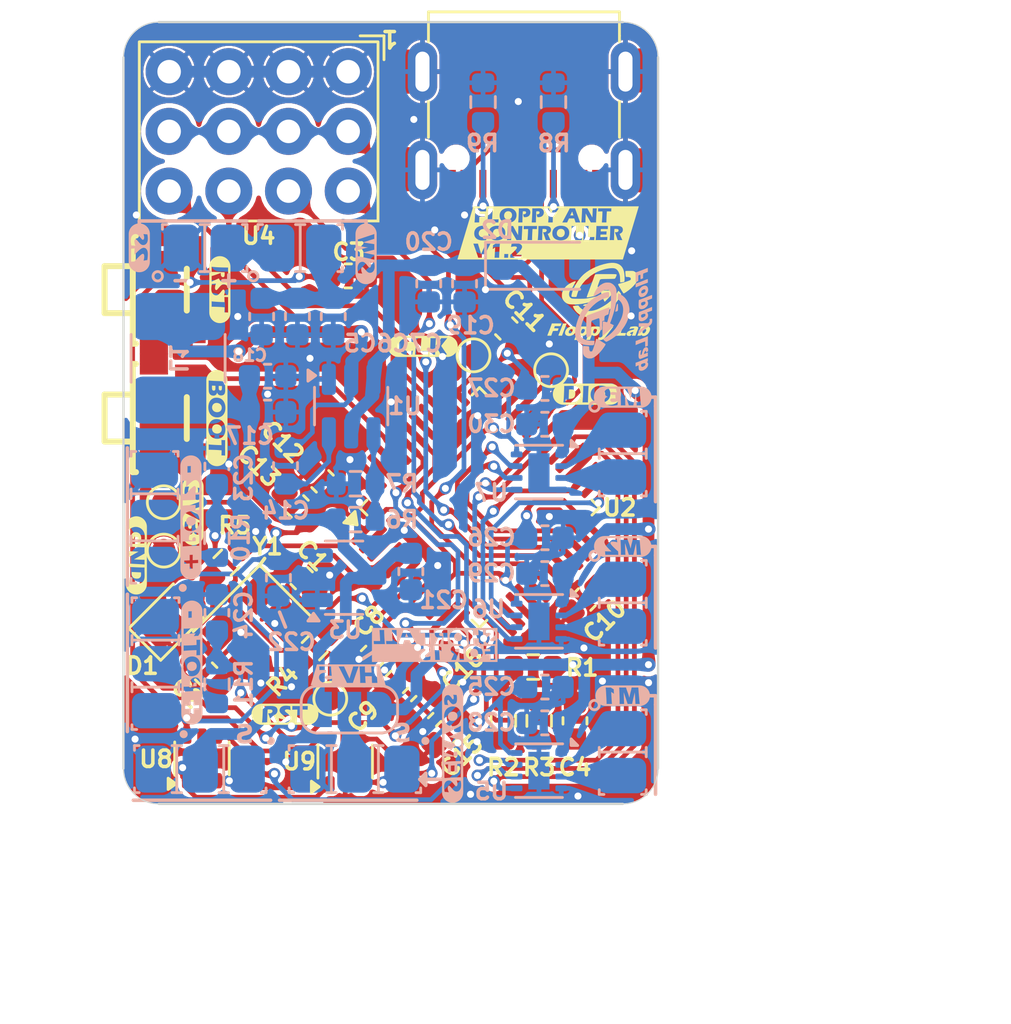
<source format=kicad_pcb>
(kicad_pcb (version 20240108) (generator "pcbnew") (generator_version "8.0")
  (title_block (title "Ant Robot control board") (date "2024-06-27") (rev "1.1"))
  (layers (0 "F.Cu" signal) (31 "B.Cu" signal) (34 "B.Paste" user) (35 "F.Paste" user) (36 "B.SilkS" user "B.Silkscreen") (37 "F.SilkS" user "F.Silkscreen") (38 "B.Mask" user) (39 "F.Mask" user) (44 "Edge.Cuts" user))
  (net 0 "")
  (net 1 "/OSC_IN")
  (net 2 "GND")
  (net 3 "Net-(C2-Pad1)")
  (net 4 "/RESET")
  (net 5 "/VBAT")
  (net 6 "+BATT")
  (net 7 "+3V3")
  (net 8 "Net-(U1-VBST)")
  (net 9 "+5V")
  (net 10 "/ADC2")
  (net 11 "/ADC1")
  (net 12 "Net-(D1-A)")
  (net 13 "/VUSB")
  (net 21 "/BAT_2_SW")
  (net 22 "/CC2")
  (net 23 "Net-(J5-Pin_2)")
  (net 24 "Net-(J6-Pin_2)")
  (net 25 "/SERVO_2_SIG")
  (net 26 "/SERVO_1_SIG")
  (net 27 "Net-(J8-Pin_2)")
  (net 28 "/CC1")
  (net 29 "/M1+")
  (net 30 "/M1-")
  (net 31 "/M2-")
  (net 32 "/M2+")
  (net 33 "/M3-")
  (net 34 "/M3+")
  (net 35 "/SW")
  (net 36 "/OSC_OUT")
  (net 37 "Net-(U2-PC15)")
  (net 38 "/VBAT_DIV")
  (net 39 "/BOOT0")
  (net 40 "Net-(U2-PA13)")
  (net 41 "Net-(U2-PA14)")
  (net 42 "/~{M1_SLEEP}")
  (net 43 "/CH2")
  (net 44 "/M1_PWM")
  (net 45 "/M3_DIR")
  (net 46 "/M1_DIR")
  (net 47 "/CH4")
  (net 48 "/~{M2_SLEEP}")
  (net 49 "/M3_PWM")
  (net 53 "/CH3")
  (net 54 "/M2_PWM")
  (net 57 "/~{M3_SLEEP}")
  (net 60 "/M2_DIR")
  (net 61 "/CH1_PPM")
  (net 62 "/VFB")
  (net 63 "/USB_D-")
  (net 64 "/USB_D+")
  (net 65 "/SERVO_2_SIG_5V")
  (net 66 "/SERVO_1_SIG_5V")
  (footprint "Crystal:Crystal_SMD_3225-4Pin_3.2x2.5mm" (layer "F.Cu") (at 142.7988 93.9292 -135)
    (property "Reference" "Y1")
    (property "Value" "TAXM8M4RLBDDT2T")
  )
  (footprint "Resistor_SMD:R_0603_1608Metric" (layer "F.Cu") (at 154.94 97.9678 -90)
    (property "Reference" "R3")
    (property "Value" "10k")
  )
  (footprint "Capacitor_SMD:C_0603_1608Metric" (layer "F.Cu") (at 148.8948 96.3168 -135)
    (property "Reference" "C9")
    (property "Value" "100n")
  )
  (footprint "Resistor_SMD:R_0603_1608Metric" (layer "F.Cu") (at 153.416 97.9678 -90)
    (property "Reference" "R2")
    (property "Value" "5.1k")
  )
  (footprint "Capacitor_SMD:C_0603_1608Metric" (layer "F.Cu") (at 156.464 97.9678 -90)
    (property "Reference" "C4")
    (property "Value" "1u")
  )
  (footprint "Capacitor_SMD:C_0603_1608Metric" (layer "F.Cu") (at 147.828 95.25 -135)
    (property "Reference" "C8")
    (property "Value" "4.7u")
  )
  (footprint "Capacitor_SMD:C_0603_1608Metric" (layer "F.Cu") (at 144.653 88.8492 135)
    (property "Reference" "C13")
    (property "Value" "100n")
  )
  (footprint "kibuzzard-667D9F0F" (layer "F.Cu") (at 156.972 84.074)
    (property "Reference" "kibuzzard-667D9F0F" (hide yes))
    (property "Value" "G***" (hide yes))
  )
  (footprint "LOGO" (layer "F.Cu") (at 157.607 80.137)
    (property "Reference" "G***" (hide yes))
    (property "Value" "LOGO" (hide yes))
  )
  (footprint "kibuzzard-667D9F1D" (layer "F.Cu") (at 141.224 85.09 -90)
    (property "Reference" "kibuzzard-667D9F1D" (hide yes))
    (property "Value" "G***" (hide yes))
  )
  (footprint "TestPoint:TestPoint_Pad_D1.0mm" (layer "F.Cu") (at 138.9634 88.6714)
    (property "Reference" "TP4" (hide yes))
    (property "Value" "3V3")
  )
  (footprint "Package_TO_SOT_SMD:SOT-363_SC-70-6" (layer "F.Cu") (at 140.589 99.568 90)
    (property "Reference" "U8")
    (property "Value" "SN74LVC1T45DCK")
  )
  (footprint "TestPoint:TestPoint_Pad_D1.0mm" (layer "F.Cu") (at 138.9634 90.7288)
    (property "Reference" "TP5" (hide yes))
    (property "Value" "GND")
  )
  (footprint "Capacitor_SMD:C_0603_1608Metric" (layer "F.Cu") (at 144.8308 91.8972 -45)
    (property "Reference" "C1")
    (property "Value" "20p")
  )
  (footprint "_My_modules:FS2A 4CH reciever" (layer "F.Cu") (at 146.812 70.358 180)
    (property "Reference" "U4")
    (property "Value" "FS2A 4CH reciever")
  )
  (footprint "Capacitor_SMD:C_0603_1608Metric" (layer "F.Cu") (at 145.7198 87.7824 135)
    (property "Reference" "C12")
    (property "Value" "100n")
  )
  (footprint "Resistor_SMD:R_0603_1608Metric" (layer "F.Cu") (at 145.3896 94.8436 45)
    (property "Reference" "R4")
    (property "Value" "1k")
  )
  (footprint "TestPoint:TestPoint_Pad_D1.0mm" (layer "F.Cu") (at 155.448 83.058)
    (property "Reference" "TP2" (hide yes))
    (property "Value" "SWDIO")
  )
  (footprint "kibuzzard-667D9F56" (layer "F.Cu") (at 144.1196 97.6884)
    (property "Reference" "kibuzzard-667D9F56" (hide yes))
    (property "Value" "G***" (hide yes))
  )
  (footprint "Capacitor_SMD:C_0603_1608Metric" (layer "F.Cu") (at 140.7668 95.9612 135)
    (property "Reference" "C2")
    (property "Value" "20p")
  )
  (footprint "kibuzzard-6682445F" (layer "F.Cu") (at 155.321 77.216)
    (property "Reference" "kibuzzard-6682445F" (hide yes))
    (property "Value" "G***" (hide yes))
  )
  (footprint "Resistor_SMD:R_0603_1608Metric" (layer "F.Cu") (at 154.686 95.6818 180)
    (property "Reference" "R1")
    (property "Value" "10k")
  )
  (footprint "Capacitor_SMD:C_0603_1608Metric" (layer "F.Cu") (at 149.9616 97.3836 -135)
    (property "Reference" "C16")
    (property "Value" "100n")
  )
  (footprint "Capacitor_SMD:C_0603_1608Metric" (layer "F.Cu") (at 151.0284 98.4504 -135)
    (property "Reference" "C15")
    (property "Value" "1u")
  )
  (footprint "kibuzzard-667D9F19" (layer "F.Cu") (at 141.351 79.629 -90)
    (property "Reference" "kibuzzard-667D9F19" (hide yes))
    (property "Value" "G***" (hide yes))
  )
  (footprint "_MIA footprint:SW-SMD_TS24CA SMD BUTTO 90deg" (layer "F.Cu") (at 139.319 85.09 90)
    (property "Reference" "SW1" (hide yes))
    (property "Value" "BOOT0")
  )
  (footprint "kibuzzard-667D9F2A" (layer "F.Cu") (at 137.795 90.932 -90)
    (property "Reference" "kibuzzard-667D9F2A" (hide yes))
    (property "Value" "G***" (hide yes))
  )
  (footprint "Capacitor_SMD:C_0603_1608Metric" (layer "F.Cu") (at 156.8704 92.8116 -135)
    (property "Reference" "C10")
    (property "Value" "100n")
  )
  (footprint "_MIA footprint:SW-SMD_TS24CA SMD BUTTO 90deg" (layer "F.Cu") (at 139.319 79.629 90)
    (property "Reference" "SW2" (hide yes))
    (property "Value" "RESET")
  )
  (footprint "Resistor_SMD:R_0603_1608Metric" (layer "F.Cu") (at 141.6304 91.2368 45)
    (property "Reference" "R5")
    (property "Value" "5.1k")
  )
  (footprint "Capacitor_SMD:C_0603_1608Metric" (layer "F.Cu") (at 153.543 81.28 135)
    (property "Reference" "C11")
    (property "Value" "100n")
  )
  (footprint "kibuzzard-667D9F03" (layer "F.Cu") (at 149.987 82.042)
    (property "Reference" "kibuzzard-667D9F03" (hide yes))
    (property "Value" "G***" (hide yes))
  )
  (footprint "TestPoint:TestPoint_Pad_D1.0mm" (layer "F.Cu") (at 152.146 82.423)
    (property "Reference" "TP3" (hide yes))
    (property "Value" "SWCLK")
  )
  (footprint "Package_TO_SOT_SMD:SOT-363_SC-70-6" (layer "F.Cu") (at 146.685 99.695 90)
    (property "Reference" "U9")
    (property "Value" "SN74LVC1T45DCK")
  )
  (footprint "TestPoint:TestPoint_Pad_D1.0mm" (layer "F.Cu") (at 146.05 97.028)
    (property "Reference" "TP1" (hide yes))
    (property "Value" "RST")
  )
  (footprint "Capacitor_SMD:C_0603_1608Metric" (layer "F.Cu") (at 146.812 79.0448)
    (property "Reference" "C3")
    (property "Value" "100n")
  )
  (footprint "Package_QFP:LQFP-48_7x7mm_P0.5mm" (layer "F.Cu") (at 152.4 88.9 45)
    (property "Reference" "U2")
    (property "Value" "STM32F070CBTx")
  )
  (footprint "_MIA footprint:USB_C_304A-ACP16X" (layer "F.Cu") (at 154.293 70.3555 180)
    (property "Reference" "J4" (hide yes))
    (property "Value" "USB-C_304A-ACP16X")
  )
  (footprint "LED_SMD:LED_0805_2012Metric" (layer "F.Cu") (at 139.3444 93.5228 45)
    (property "Reference" "D1")
    (property "Value" "STATUS")
  )
  (footprint "kibuzzard-667D9F22" (layer "F.Cu") (at 140.208 89.027 -90)
    (property "Reference" "kibuzzard-667D9F22" (hide yes))
    (property "Value" "G***" (hide yes))
  )
  (footprint "_MY_connectors:Pad 02x01" (layer "B.Cu") (at 158.496 85.6045 180)
    (property "Reference" "J11" (hide yes))
    (property "Value" "M3")
  )
  (footprint "Capacitor_SMD:C_0603_1608Metric" (layer "B.Cu") (at 143.383 83.312)
    (property "Reference" "C18")
    (property "Value" "22u")
  )
  (footprint "Capacitor_SMD:C_0603_1608Metric" (layer "B.Cu") (at 149.479 91.6178 -90)
    (property "Reference" "C21")
    (property "Value" "100n")
  )
  (footprint "kibuzzard-667D9FAD" (layer "B.Cu") (at 158.496 90.551 180)
    (property "Reference" "kibuzzard-667D9FAD" (hide yes))
    (property "Value" "G***" (hide yes))
  )
  (footprint "_My_inductors:XRCD43-3R3M" (layer "B.Cu") (at 139.573 82.55 -90)
    (property "Reference" "L1")
    (property "Value" "3.3u")
  )
  (footprint "Jumper:SolderJumper-3_P1.3mm_Open_RoundedPad1.0x1.5mm_NumberLabels" (layer "B.Cu") (at 146.8628 97.4852 180)
    (property "Reference" "JP1" (hide yes))
    (property "Value" "SERVO2 PW")
  )
  (footprint "Capacitor_SMD:C_0603_1608Metric" (layer "B.Cu") (at 143.843 91.882 -90)
    (property "Reference" "C22")
    (property "Value" "1u")
  )
  (footprint "Resistor_SMD:R_0603_1608Metric" (layer "B.Cu") (at 155.5496 71.6534 90)
    (property "Reference" "R8")
    (property "Value" "5.1k")
  )
  (footprint "LOGO" (layer "B.Cu") (at 158.115 81.026 -90)
    (property "Reference" "G***" (hide yes))
    (property "Value" "LOGO" (hide yes))
  )
  (footprint "_MY_connectors:Pad 03x01" (layer "B.Cu") (at 149.098 100.022096 90)
    (property "Reference" "J8" (hide yes))
    (property "Value" "servo 1 (HV)")
  )
  (footprint "Package_TO_SOT_SMD:SOT-23-3" (layer "B.Cu") (at 146.637 91.882)
    (property "Reference" "U3")
    (property "Value" "XC6206PxxxMR")
  )
  (footprint "_MY_connectors:Pad 02x01" (layer "B.Cu") (at 158.496 91.948 180)
    (property "Reference" "J10" (hide yes))
    (property "Value" "M2")
  )
  (footprint "Capacitor_SMD:C_0603_1608Metric" (layer "B.Cu") (at 150.241 79.375 -90)
    (property "Reference" "C20")
    (property "Value" "100n")
  )
  (footprint "kibuzzard-667D9F97" (layer "B.Cu") (at 150.495 94.742 180)
    (property "Reference" "kibuzzard-667D9F97" (hide yes))
    (property "Value" "G***" (hide yes))
  )
  (footprint "Package_SON:WSON-8-1EP_2x2mm_P0.5mm_EP0.9x1.6mm" (layer "B.Cu") (at 154.9305 87.3875 180)
    (property "Reference" "U7")
    (property "Value" "DRV8838")
  )
  (footprint "Capacitor_SMD:C_0603_1608Metric" (layer "B.Cu") (at 146.177 80.772 -90)
    (property "Reference" "C7")
    (property "Value" "100n")
  )
  (footprint "Resistor_SMD:R_0603_1608Metric" (layer "B.Cu") (at 147.13 87.884 180)
    (property "Reference" "R7")
    (property "Value" "10k")
  )
  (footprint "Resistor_SMD:R_0603_1608Metric" (layer "B.Cu") (at 141.224 96.4184 90)
    (property "Reference" "R11")
    (property "Value" "5.1k")
  )
  (footprint "_MY_connectors:Pad 03x01" (layer "B.Cu") (at 138.610905 97.536)
    (property "Reference" "J6" (hide yes))
    (property "Value" "custom analog 1")
  )
  (footprint "Capacitor_SMD:C_0603_1608Metric" (layer "B.Cu") (at 151.765 79.375 -90)
    (property "Reference" "C19")
    (property "Value" "1u")
  )
  (footprint "_MY_connectors:Pad 03x01" (layer "B.Cu") (at 142.515905 100.022096 90)
    (property "Reference" "J7" (hide yes))
    (property "Value" "servo 2")
  )
  (footprint "kibuzzard-667D9FB5" (layer "B.Cu") (at 158.496 84.201 180)
    (property "Reference" "kibuzzard-667D9FB5" (hide yes))
    (property "Value" "G***" (hide yes))
  )
  (footprint "_MY_connectors:Pad 02x01" (layer "B.Cu") (at 139.7065 77.8605 -90)
    (property "Reference" "J2" (hide yes))
    (property "Value" "2s Battery")
  )
  (footprint "Capacitor_SMD:C_0603_1608Metric" (layer "B.Cu") (at 141.224 87.1474 -90)
    (property "Reference" "C23")
    (property "Value" "1u")
  )
  (footprint "Capacitor_SMD:C_0603_1608Metric" (layer "B.Cu") (at 143.383 84.836)
    (property "Reference" "C17")
    (property "Value" "22u")
  )
  (footprint "kibuzzard-667D9F91" (layer "B.Cu") (at 146.812 96.012 180)
    (property "Reference" "kibuzzard-667D9F91" (hide yes))
    (property "Value" "G***" (hide yes))
  )
  (footprint "Capacitor_SMD:C_0603_1608Metric" (layer "B.Cu") (at 155.1845 98.0555 180)
    (property "Reference" "C28")
    (property "Value" "100n")
  )
  (footprint "Capacitor_SMD:C_0603_1608Metric" (layer "B.Cu") (at 155.1845 90.1815)
    (property "Reference" "C26")
    (property "Value" "100n")
  )
  (footprint "Capacitor_SMD:C_0603_1608Metric" (layer "B.Cu") (at 141.224 93.3704 -90)
    (property "Reference" "C24")
    (property "Value" "1u")
  )
  (footprint "kibuzzard-667D9F8D" (layer "B.Cu") (at 140.16001 95.491195 90)
    (property "Reference" "kibuzzard-667D9F8D" (hide yes))
    (property "Value" "G***" (hide yes))
  )
  (footprint "kibuzzard-667D9F7E" (layer "B.Cu") (at 147.574 78.105 90)
    (property "Reference" "kibuzzard-667D9F7E" (hide yes))
    (property "Value" "G***" (hide yes))
  )
  (footprint "Capacitor_SMD:C_0603_1608Metric" (layer "B.Cu") (at 155.1845 83.8315)
    (property "Reference" "C27")
    (property "Value" "100n")
  )
  (footprint "kibuzzard-667D9FA0" (layer "B.Cu") (at 151.257 98.933 90)
    (property "Reference" "kibuzzard-667D9FA0" (hide yes))
    (property "Value" "G***" (hide yes))
  )
  (footprint "Package_TO_SOT_SMD:SOT-23-6" (layer "B.Cu") (at 146.939 84.582 -90)
    (property "Reference" "U1")
    (property "Value" "TPS563201DDCR")
  )
  (footprint "_MY_connectors:Pad 02x01" (layer "B.Cu") (at 143.7705 77.8605 -90)
    (property "Reference" "J1" (hide yes))
    (property "Value" "B_SW")
  )
  (footprint "Capacitor_SMD:C_0603_1608Metric" (layer "B.Cu") (at 144.145 87.122 90)
    (property "Reference" "C14")
    (property "Value" "100n")
  )
  (footprint "Resistor_SMD:R_0603_1608Metric" (layer "B.Cu") (at 147.13 89.408)
    (property "Reference" "R6")
    (property "Value" "54.9k")
  )
  (footprint "_MY_connectors:Pad 03x01" (layer "B.Cu") (at 138.570905 91.313)
    (property "Reference" "J5" (hide yes))
    (property "Value" "custom analog 2")
  )
  (footprint "Capacitor_SMD:C_0603_1608Metric" (layer "B.Cu") (at 155.1845 96.5315)
    (property "Reference" "C25")
    (property "Value" "100n")
  )
  (footprint "Package_SON:WSON-8-1EP_2x2mm_P0.5mm_EP0.9x1.6mm" (layer "B.Cu") (at 154.9305 100.0875 180)
    (property "Reference" "U5")
    (property "Value" "DRV8838")
  )
  (footprint "Resistor_SMD:R_0603_1608Metric" (layer "B.Cu") (at 141.224 90.1954 90)
    (property "Reference" "R10")
    (property "Value" "5.1k")
  )
  (footprint "Capacitor_SMD:C_0603_1608Metric" (layer "B.Cu") (at 155.1845 85.3555 180)
    (property "Reference" "C30")
    (property "Value" "100n")
  )
  (footprint "_MY_connectors:Pad 02x01" (layer "B.Cu") (at 158.496 98.298 180)
    (property "Reference" "J9" (hide yes))
    (property "Value" "M1")
  )
  (footprint "Capacitor_SMD:C_0603_1608Metric" (layer "B.Cu") (at 143.129 80.772 -90)
    (property "Reference" "C5")
    (property "Value" "22u")
  )
  (footprint "kibuzzard-667D9F87" (layer "B.Cu") (at 140.120297 89.315742 90)
    (property "Reference" "kibuzzard-667D9F87" (hide yes))
    (property "Value" "G***" (hide yes))
  )
  (footprint "Capacitor_SMD:C_0603_1608Metric" (layer "B.Cu") (at 144.653 80.772 -90)
    (property "Reference" "C6")
    (property "Value" "22u")
  )
  (footprint "kibuzzard-667D9FA9" (layer "B.Cu") (at 158.496 96.901 180)
    (property "Reference" "kibuzzard-667D9FA9" (hide yes))
    (property "Value" "G***" (hide yes))
  )
  (footprint "Resistor_SMD:R_0603_1608Metric" (layer "B.Cu") (at 152.5524 71.6534 90)
    (property "Reference" "R9")
    (property "Value" "5.1k")
  )
  (footprint "Capacitor_SMD:C_0603_1608Metric" (layer "B.Cu") (at 155.1845 91.7055 180)
    (property "Reference" "C29")
    (property "Value" "100n")
  )
  (footprint "kibuzzard-667D9F7A" (layer "B.Cu") (at 137.922 77.851 90)
    (property "Reference" "kibuzzard-667D9F7A" (hide yes))
    (property "Value" "G***" (hide yes))
  )
  (footprint "Package_SON:WSON-8-1EP_2x2mm_P0.5mm_EP0.9x1.6mm" (layer "B.Cu") (at 154.9305 93.7375 180)
    (property "Reference" "U6")
    (property "Value" "DRV8838")
  )
  (footprint "Diode_SMD:D_SOD-123" (layer "B.Cu") (at 155.0162 78.613)
    (property "Reference" "D2")
    (property "Value" "SD103AW")
  )
  (gr_line (start 159.479185 90.551) (end 159.893 90.551) (stroke (width 0.15)) (layer "B.SilkS"))
  (gr_line (start 159.893 90.551) (end 159.893 90.932) (stroke (width 0.15)) (layer "B.SilkS"))
  (gr_line (start 146.558 76.708) (end 147.574 76.708) (stroke (width 0.15)) (layer "B.SilkS"))
  (gr_line (start 143.51 101.346) (end 137.668 101.346) (stroke (width 0.15)) (layer "B.SilkS"))
  (gr_line (start 150.114 100.711) (end 149.86 100.457) (stroke (width 0.15)) (layer "B.SilkS"))
  (gr_line (start 144.145 93.98) (end 143.891 93.345) (stroke (width 0.15)) (layer "B.SilkS"))
  (gr_line (start 141.732 79.502) (end 141.732 78.994) (stroke (width 0.15)) (layer "B.SilkS"))
  (gr_line (start 141.478 79.248) (end 141.986 79.248) (stroke (width 0.15)) (layer "B.SilkS"))
  (gr_line (start 159.893 97.282) (end 159.893 101.092) (stroke (width 0.15)) (layer "B.SilkS"))
  (gr_line (start 143.002 76.708) (end 146.558 76.708) (stroke (width 0.15)) (layer "B.SilkS"))
  (gr_line (start 147.574 76.708) (end 147.574 76.861595) (stroke (width 0.15)) (layer "B.SilkS"))
  (gr_line (start 149.733 101.346) (end 143.891 101.346) (stroke (width 0.15)) (layer "B.SilkS"))
  (gr_line (start 150.876 100.457) (end 149.86 100.457) (stroke (width 0.15)) (layer "B.SilkS"))
  (gr_line (start 137.414 92.583) (end 137.414 98.425) (stroke (width 0.15)) (layer "B.SilkS"))
  (gr_line (start 159.469573 96.901) (end 159.893 96.901) (stroke (width 0.15)) (layer "B.SilkS"))
  (gr_line (start 159.893 90.932) (end 159.893 94.869) (stroke (width 0.15)) (layer "B.SilkS"))
  (gr_line (start 149.86 100.457) (end 150.114 100.203) (stroke (width 0.15)) (layer "B.SilkS"))
  (gr_line (start 138.938 76.708) (end 137.922 76.708) (stroke (width 0.15)) (layer "B.SilkS"))
  (gr_line (start 139.446 79.248) (end 139.954 79.248) (stroke (width 0.15)) (layer "B.SilkS"))
  (gr_line (start 148.146164 94.869) (end 147.40796 95.344031) (stroke (width 0.15)) (layer "B.SilkS"))
  (gr_line (start 150.114 100.203) (end 150.114 100.711) (stroke (width 0.15)) (layer "B.SilkS"))
  (gr_line (start 137.414 86.36) (end 137.414 92.202) (stroke (width 0.15)) (layer "B.SilkS"))
  (gr_line (start 159.893 84.201) (end 159.480316 84.201) (stroke (width 0.15)) (layer "B.SilkS"))
  (gr_line (start 138.938 76.708) (end 142.494 76.708) (stroke (width 0.15)) (layer "B.SilkS"))
  (gr_line (start 159.893 84.582) (end 159.893 84.201) (stroke (width 0.15)) (layer "B.SilkS"))
  (gr_line (start 159.893 96.901) (end 159.893 97.282) (stroke (width 0.15)) (layer "B.SilkS"))
  (gr_line (start 159.893 84.582) (end 159.893 88.646) (stroke (width 0.15)) (layer "B.SilkS"))
  (gr_line (start 137.922 76.708) (end 137.922 76.872904) (stroke (width 0.15)) (layer "B.SilkS"))
  (gr_line (start 143.256 91.059) (end 143.046287 91.34826) (stroke (width 0.15)) (layer "F.SilkS"))
  (gr_arc (start 137.25 69.75) (mid 137.68934 68.68934) (end 138.75 68.25) (stroke (width 0.05)) (layer "Edge.Cuts"))
  (gr_line (start 138.75 68.25) (end 158.5 68.25) (stroke (width 0.1)) (layer "Edge.Cuts"))
  (gr_arc (start 138.75 101.5) (mid 137.68934 101.06066) (end 137.25 100) (stroke (width 0.05)) (layer "Edge.Cuts"))
  (gr_line (start 160 69.75) (end 160 100) (stroke (width 0.1)) (layer "Edge.Cuts"))
  (gr_arc (start 158.5 68.25) (mid 159.56066 68.68934) (end 160 69.75) (stroke (width 0.05)) (layer "Edge.Cuts"))
  (gr_line (start 137.25 100) (end 137.25 69.75) (stroke (width 0.1)) (layer "Edge.Cuts"))
  (gr_line (start 158.5 101.5) (end 138.75 101.5) (stroke (width 0.1)) (layer "Edge.Cuts"))
  (gr_arc (start 160 100) (mid 159.56066 101.06066) (end 158.5 101.5) (stroke (width 0.05)) (layer "Edge.Cuts"))
  (gr_text "S" (at 149.5044 99.0092 0) (layer "B.SilkS") (effects (font (size 0.8 0.8) (thickness 0.15) (bold yes)) (justify left bottom mirror)))
  (gr_text "S" (at 142.7988 99.06 0) (layer "B.SilkS") (effects (font (size 0.8 0.8) (thickness 0.15) (bold yes)) (justify left bottom mirror)))
  (segment (start 148.926338 91.313002) (end 148.43193 91.80741) (width 0.2) (layer "F.Cu") (net 1))
  (segment (start 146.2024 90.932) (end 144.699984 90.932) (width 0.2) (layer "F.Cu") (net 1))
  (segment (start 144.699984 90.932) (end 144.282792 91.349192) (width 0.2) (layer "F.Cu") (net 1))
  (segment (start 147.07781 91.80741) (end 146.2024 90.932) (width 0.2) (layer "F.Cu") (net 1))
  (segment (start 144.176727 91.349192) (end 142.975577 92.550342) (width 0.2) (layer "F.Cu") (net 1))
  (segment (start 144.282792 91.349192) (end 144.176727 91.349192) (width 0.2) (layer "F.Cu") (net 1))
  (segment (start 148.43193 91.80741) (end 147.07781 91.80741) (width 0.2) (layer "F.Cu") (net 1))
  (segment (start 146.685 100.645) (end 146.685 99.822) (width 0.2) (layer "F.Cu") (net 2))
  (segment (start 146.685 99.822) (end 146.685 98.745) (width 0.2) (layer "F.Cu") (net 2))
  (segment (start 144.15761 99.714944) (end 146.685 99.714944) (width 0.2) (layer "F.Cu") (net 2))
  (segment (start 146.685 99.714944) (end 146.685 99.822) (width 0.2) (layer "F.Cu") (net 2))
  (segment (start 152.3404 84.9718) (end 152.3238 84.9884) (width 0.2) (layer "F.Cu") (net 2))
  (segment (start 140.589 100.518) (end 140.589 98.618) (width 0.2) (layer "F.Cu") (net 2))
  (segment (start 153.752342 84.365678) (end 153.14622 84.9718) (width 0.2) (layer "F.Cu") (net 2))
  (segment (start 153.14622 84.9718) (end 152.3404 84.9718) (width 0.2) (layer "F.Cu") (net 2))
  (via (at 152.3238 84.9884) (size 0.5) (drill 0.3) (layers "F.Cu" "B.Cu") (net 2))
  (via (at 147.2692 95.3516) (size 0.5) (drill 0.3) (layers "F.Cu" "B.Cu") (net 2))
  (via (at 143.384055 84.074) (size 0.5) (drill 0.3) (layers "F.Cu" "B.Cu") (net 2))
  (via (at 158.8516 80.7466) (size 0.5) (drill 0.3) (layers "F.Cu" "B.Cu") (net 2))
  (via (at 151.765 76.454) (size 0.5) (drill 0.3) (layers "F.Cu" "B.Cu") (net 2))
  (via (at 145.1864 82.55) (size 0.5) (drill 0.3) (layers "F.Cu" "B.Cu") (net 2))
  (via (at 142.243069 94.202087) (size 0.5) (drill 0.3) (layers "F.Cu" "B.Cu") (net 2))
  (via (at 150.622 91.3638) (size 0.5) (drill 0.3) (layers "F.Cu" "B.Cu") (net 2))
  (via (at 150.8252 82.4738) (size 0.5) (drill 0.3) (layers "F.Cu" "B.Cu") (net 2))
  (via (at 142.113 80.772) (size 0.5) (drill 0.3) (layers "F.Cu" "B.Cu") (net 2))
  (via (at 137.741844 98.746067) (size 0.5) (drill 0.3) (layers "F.Cu" "B.Cu") (net 2))
  (via (at 156.845 94.869) (size 0.5) (drill 0.3) (layers "F.Cu" "B.Cu") (net 2))
  (via (at 144.15761 99.714944) (size 0.5) (drill 0.3) (layers "F.Cu" "B.Cu") (net 2))
  (via (at 156.591 101.1682) (size 0.5) (drill 0.3) (layers "F.Cu" "B.Cu") (net 2))
  (via (at 155.3718 89.281) (size 0.5) (drill 0.3) (layers "F.Cu" "B.Cu") (net 2))
  (via (at 159.595531 96.346127) (size 0.5) (drill 0.3) (layers "F.Cu" "B.Cu") (net 2))
  (via (at 149.987 98.425) (size 0.5) (drill 0.3) (layers "F.Cu" "B.Cu") (net 2))
  (via (at 148.6408 84.4042) (size 0.5) (drill 0.3) (layers "F.Cu" "B.Cu") (net 2))
  (via (at 155.3718 81.9404) (size 0.5) (drill 0.3) (layers "F.Cu" "B.Cu") (net 2))
  (via (at 152.2984 98.8568) (size 0.5) (drill 0.3) (layers "F.Cu" "B.Cu") (net 2))
  (via (at 147.291823 88.6714) (size 0.5) (drill 0.3) (layers "F.Cu" "B.Cu") (net 2))
  (via (at 154.051 71.628) (size 0.5) (drill 0.3) (layers "F.Cu" "B.Cu") (net 2))
  (via (at 152.019 101.092) (size 0.5) (drill 0.3) (layers "F.Cu" "B.Cu") (net 2))
  (via (at 137.795 76.454) (size 0.5) (drill 0.3) (layers "F.Cu" "B.Cu") (net 2))
  (via (at 150.495 77.089) (size 0.5) (drill 0.3) (layers "F.Cu" "B.Cu") (net 2))
  (via (at 152.654 79.629) (size 0.5) (drill 0.3) (layers "F.Cu" "B.Cu") (net 2))
  (via (at 143.6878 93.8276) (size 0.5) (drill 0.3) (layers "F.Cu" "B.Cu") (net 2))
  (via (at 146.887439 86.859068) (size 0.5) (drill 0.3) (layers "F.Cu" "B.Cu") (net 2))
  (via (at 146.0246 91.7702) (size 0.5) (drill 0.3) (layers "F.Cu" "B.Cu") (net 2))
  (via (at 143.095691 96.359691) (size 0.5) (drill 0.3) (layers "F.Cu" "B.Cu") (net 2))
  (via (at 142.875 89.916) (size 0.5) (drill 0.3) (layers "F.Cu" "B.Cu") (net 2))
  (via (at 157.6324 96.279356) (size 0.5) (drill 0.3) (layers "F.Cu" "B.Cu") (net 2))
  (via (at 144.399 96.52) (size 0.5) (drill 0.3) (layers "F.Cu" "B.Cu") (net 2))
  (via (at 158.877 77.978) (size 0.5) (drill 0.3) (layers "F.Cu" "B.Cu") (net 2))
  (via (at 149.1996 89.8652) (size 0.5) (drill 0.3) (layers "F.Cu" "B.Cu") (net 2))
  (via (at 141.732 87.0458) (size 0.5) (drill 0.3) (layers "F.Cu" "B.Cu") (net 2))
  (via (at 149.606 72.39) (size 0.5) (drill 0.3) (layers "F.Cu" "B.Cu") (net 2))
  (via (at 151.6888 96.3168) (size 0.5) (drill 0.3) (layers "F.Cu" "B.Cu") (net 2))
  (segment (start 154.4355 91.7055) (end 155.9595 90.1815) (width 0.5) (layer "B.Cu") (net 2))
  (segment (start 154.4355 85.3555) (end 155.9595 83.8315) (width 0.5) (layer "B.Cu") (net 2))
  (segment (start 154.4095 91.7055) (end 154.4355 91.7055) (width 0.5) (layer "B.Cu") (net 2))
  (segment (start 146.812 70.358) (end 144.272 70.358) (width 0.5) (layer "B.Cu") (net 2))
  (segment (start 139.192 70.358) (end 141.732 70.358) (width 0.5) (layer "B.Cu") (net 2))
  (segment (start 154.4095 85.3555) (end 154.4355 85.3555) (width 0.5) (layer "B.Cu") (net 2))
  (segment (start 141.732 70.358) (end 144.272 70.358) (width 0.5) (layer "B.Cu") (net 2))
  (segment (start 154.4355 98.0555) (end 155.9595 96.5315) (width 0.5) (layer "B.Cu") (net 2))
  (segment (start 154.4095 98.0555) (end 154.4355 98.0555) (width 0.5) (layer "B.Cu") (net 2))
  (segment (start 144.806237 95.426963) (end 144.4498 95.7834) (width 0.2) (layer "F.Cu") (net 3))
  (segment (start 141.420873 96.509208) (end 142.622023 95.308058) (width 0.2) (layer "F.Cu") (net 3))
  (segment (start 143.097365 95.7834) (end 142.622023 95.308058) (width 0.2) (layer "F.Cu") (net 3))
  (segment (start 141.314808 96.509208) (end 141.420873 96.509208) (width 0.2) (layer "F.Cu") (net 3))
  (segment (start 144.4498 95.7834) (end 143.097365 95.7834) (width 0.2) (layer "F.Cu") (net 3))
  (segment (start 144.8928 98.1852) (end 146.05 97.028) (width 0.2) (layer "F.Cu") (net 4))
  (segment (start 144.7292 79.0702) (end 146.0116 79.0702) (width 0.2) (layer "F.Cu") (net 4))
  (segment (start 146.05 95.603554) (end 149.633445 92.020109) (width 0.2) (layer "F.Cu") (net 4))
  (segment (start 137.637987 95.854987) (end 137.637987 80.294013) (width 0.2) (layer "F.Cu") (net 4))
  (segment (start 146.05 97.028) (end 146.05 95.603554) (width 0.2) (layer "F.Cu") (net 4))
  (segment (start 140.42 96.986) (end 138.769 96.986) (width 0.2) (layer "F.Cu") (net 4))
  (segment (start 138.600991 79.331009) (end 140.081 79.331009) (width 0.2) (layer "F.Cu") (net 4))
  (segment (start 142.009818 97.409) (end 140.843 97.409) (width 0.2) (layer "F.Cu") (net 4))
  (segment (start 137.637987 80.294013) (end 138.600991 79.331009) (width 0.2) (layer "F.Cu") (net 4))
  (segment (start 138.769 96.986) (end 137.637987 95.854987) (width 0.2) (layer "F.Cu") (net 4))
  (segment (start 146.0116 79.0702) (end 146.037 79.0448) (width 0.2) (layer "F.Cu") (net 4))
  (segment (start 140.843 97.409) (end 140.42 96.986) (width 0.2) (layer "F.Cu") (net 4))
  (segment (start 143.300893 98.700075) (end 142.009818 97.409) (width 0.2) (layer "F.Cu") (net 4))
  (segment (start 140.081 79.331009) (end 140.081 79.322) (width 0.2) (layer "F.Cu") (net 4))
  (segment (start 144.399 98.1852) (end 144.8928 98.1852) (width 0.2) (layer "F.Cu") (net 4))
  (segment (start 140.094 77.954) (end 140.094 79.318009) (width 0.2) (layer "F.Cu") (net 4))
  (segment (start 140.094 79.318009) (end 140.081 79.331009) (width 0.2) (layer "F.Cu") (net 4))
  (via (at 144.7292 79.0702) (size 0.5) (drill 0.3) (layers "F.Cu" "B.Cu") (net 4))
  (via (at 144.399 98.1852) (size 0.5) (drill 0.3) (layers "F.Cu" "B.Cu") (net 4))
  (via (at 140.081 79.322) (size 0.5) (drill 0.3) (layers "F.Cu" "B.Cu") (net 4))
  (via (at 143.300893 98.700075) (size 0.5) (drill 0.3) (layers "F.Cu" "B.Cu") (net 4))
  (segment (start 143.300893 98.700075) (end 143.815768 98.1852) (width 0.2) (layer "B.Cu") (net 4))
  (segment (start 143.815768 98.1852) (end 144.399 98.1852) (width 0.2) (layer "B.Cu") (net 4))
  (segment (start 140.081 79.322) (end 142.580304 79.322) (width 0.2) (layer "B.Cu") (net 4))
  (segment (start 142.655304 79.247) (end 144.5524 79.247) (width 0.2) (layer "B.Cu") (net 4))
  (segment (start 144.5524 79.247) (end 144.7292 79.0702) (width 0.2) (layer "B.Cu") (net 4))
  (segment (start 142.580304 79.322) (end 142.655304 79.247) (width 0.2) (layer "B.Cu") (net 4))
  (segment (start 156.464 98.7428) (end 154.99 98.7428) (width 0.2) (layer "F.Cu") (net 5))
  (segment (start 152.691 96.750862) (end 152.691 97.534738) (width 0.2) (layer "F.Cu") (net 5))
  (segment (start 154.0896 97.9424) (end 154.94 98.7928) (width 0.2) (layer "F.Cu") (net 5))
  (segment (start 152.691 97.534738) (end 153.098662 97.9424) (width 0.2) (layer "F.Cu") (net 5))
  (segment (start 153.1112 96.330662) (end 152.691 96.750862) (width 0.2) (layer "F.Cu") (net 5))
  (segment (start 154.99 98.7428) (end 154.94 98.7928) (width 0.2) (layer "F.Cu") (net 5))
  (segment (start 153.098662 97.9424) (end 154.0896 97.9424) (width 0.2) (layer "F.Cu") (net 5))
  (segment (start 150.694105 93.080769) (end 151.293474 92.4814) (width 0.2) (layer "F.Cu") (net 5))
  (segment (start 151.526626 92.4814) (end 153.1112 94.065974) (width 0.2) (layer "F.Cu") (net 5))
  (segment (start 151.293474 92.4814) (end 151.526626 92.4814) (width 0.2) (layer "F.Cu") (net 5))
  (segment (start 153.1112 94.065974) (end 153.1112 96.330662) (width 0.2) (layer "F.Cu") (net 5))
  (segment (start 159.5928 95.579356) (end 159.5928 84.485) (width 0.5) (layer "F.Cu") (net 6))
  (segment (start 155.511 95.6818) (end 156.268364 95.6818) (width 0.2) (layer "F.Cu") (net 6))
  (segment (start 159.5928 84.485) (end 159.0294 83.9216) (width 0.5) (layer "F.Cu") (net 6))
  (segment (start 156.268364 95.6818) (end 156.370808 95.579356) (width 0.2) (layer "F.Cu") (net 6))
  (via (at 159.5928 89.8144) (size 0.6) (drill 0.3) (layers "F.Cu" "B.Cu") (net 6))
  (via (at 159.0294 83.9216) (size 0.6) (drill 0.3) (layers "F.Cu" "B.Cu") (net 6))
  (via (at 156.370808 95.579356) (size 0.6) (drill 0.3) (layers "F.Cu" "B.Cu") (net 6))
  (via (at 159.5928 95.579356) (size 0.6) (drill 0.3) (layers "F.Cu" "B.Cu") (net 6))
  (segment (start 158.2674 83.1596) (end 159.0294 83.9216) (width 0.5) (layer "B.Cu") (net 6))
  (segment (start 149.1996 97.4852) (end 149.7188 96.966) (width 0.5) (layer "B.Cu") (net 6))
  (segment (start 149.7188 96.966) (end 149.7188 96.0008) (width 0.5) (layer "B.Cu") (net 6))
  (segment (start 157.226 95.579356) (end 156.370808 95.579356) (width 0.5) (layer "B.Cu") (net 6))
  (segment (start 153.3662 78.613) (end 151.778 78.613) (width 0.5) (layer "B.Cu") (net 6))
  (segment (start 150.241 78.6) (end 151.765 78.6) (width 0.5) (layer "B.Cu") (net 6))
  (segment (start 154.1526 78.613) (end 153.3662 78.613) (width 0.5) (layer "B.Cu") (net 6))
  (segment (start 147.889 82.782001) (end 148.5392 82.131801) (width 0.5) (layer "B.Cu") (net 6))
  (segment (start 156.8595 97.1555) (end 156.8595 95.8741) (width 0.5) (layer "B.Cu") (net 6))
  (segment (start 148.5392 78.6508) (end 148.4884 78.6) (width 0.5) (layer "B.Cu") (net 6))
  (segment (start 157.0482 83.1596) (end 158.2674 83.1596) (width 0.5) (layer "B.Cu") (net 6))
  (segment (start 148.1628 97.4852) (end 149.1996 97.4852) (width 0.5) (layer "B.Cu") (net 6))
  (segment (start 148.4884 78.6) (end 150.241 78.6) (width 0.5) (layer "B.Cu") (net 6))
  (segment (start 143.129 79.997) (end 144.653 79.997) (width 0.5) (layer "B.Cu") (net 6))
  (segment (start 155.9595 98.0555) (end 155.9595 99.1835) (width 0.5) (layer "B.Cu") (net 6))
  (segment (start 157.0482 81.5086) (end 154.1526 78.613) (width 0.5) (layer "B.Cu") (net 6))
  (segment (start 156.564756 95.579356) (end 156.370808 95.579356) (width 0.5) (layer "B.Cu") (net 6))
  (segment (start 147.889 84.14) (end 146.939 85.09) (width 0.5) (layer "B.Cu") (net 6))
  (segment (start 151.127144 95.218599) (end 151.487901 95.579356) (width 0.5) (layer "B.Cu") (net 6))
  (segment (start 157.0482 84.4042) (end 157.0482 83.1596) (width 0.5) (layer "B.Cu") (net 6))
  (segment (start 155.9595 91.7055) (end 155.9595 92.8335) (width 0.5) (layer "B.Cu") (net 6))
  (segment (start 155.9595 85.3555) (end 156.0969 85.3555) (width 0.5) (layer "B.Cu") (net 6))
  (segment (start 157.0482 83.1596) (end 157.0482 81.5086) (width 0.5) (layer "B.Cu") (net 6))
  (segment (start 148.1204 78.6) (end 148.4884 78.6) (width 0.5) (layer "B.Cu") (net 6))
  (segment (start 159.5928 95.579356) (end 157.226 95.579356) (width 0.5) (layer "B.Cu") (net 6))
  (segment (start 147.889 83.4445) (end 147.889 82.782001) (width 0.5) (layer "B.Cu") (net 6))
  (segment (start 157.8506 89.8144) (end 155.9595 91.7055) (width 0.5) (layer "B.Cu") (net 6))
  (segment (start 145.7705 79.5905) (end 146.177 79.997) (width 0.5) (layer "B.Cu") (net 6))
  (segment (start 159.5928 89.8144) (end 157.8506 89.8144) (width 0.5) (layer "B.Cu") (net 6))
  (segment (start 155.9595 99.1835) (end 155.8805 99.2625) (width 0.5) (layer "B.Cu") (net 6))
  (segment (start 149.7188 96.0008) (end 150.501001 95.218599) (width 0.5) (layer "B.Cu") (net 6))
  (segment (start 155.9595 98.0555) (end 156.8595 97.1555) (width 0.5) (layer "B.Cu") (net 6))
  (segment (start 150.501001 95.218599) (end 151.127144 95.218599) (width 0.5) (layer "B.Cu") (net 6))
  (segment (start 147.889 83.4445) (end 147.889 84.14) (width 0.5) (layer "B.Cu") (net 6))
  (segment (start 155.9595 86.4835) (end 155.8805 86.5625) (width 0.5) (layer "B.Cu") (net 6))
  (segment (start 151.778 78.613) (end 151.765 78.6) (width 0.5) (layer "B.Cu") (net 6))
  (segment (start 146.7234 79.997) (end 148.1204 78.6) (width 0.5) (layer "B.Cu") (net 6))
  (segment (start 148.5392 82.131801) (end 148.5392 78.6508) (width 0.5) (layer "B.Cu") (net 6))
  (segment (start 156.8595 95.8741) (end 156.931256 95.8741) (width 0.5) (layer "B.Cu") (net 6))
  (segment (start 156.0969 85.3555) (end 157.0482 84.4042) (width 0.5) (layer "B.Cu") (net 6))
  (segment (start 156.8595 95.8741) (end 156.564756 95.579356) (width 0.5) (layer "B.Cu") (net 6))
  (segment (start 146.177 79.997) (end 144.653 79.997) (width 0.5) (layer "B.Cu") (net 6))
  (segment (start 151.487901 95.579356) (end 156.370808 95.579356) (width 0.5) (layer "B.Cu") (net 6))
  (segment (start 156.931256 95.8741) (end 157.226 95.579356) (width 0.5) (layer "B.Cu") (net 6))
  (segment (start 155.9595 92.8335) (end 155.8805 92.9125) (width 0.5) (layer "B.Cu") (net 6))
  (segment (start 146.939 85.09) (end 146.939 85.7195) (width 0.5) (layer "B.Cu") (net 6))
  (segment (start 155.9595 85.3555) (end 155.9595 86.4835) (width 0.5) (layer "B.Cu") (net 6))
  (segment (start 146.177 79.997) (end 146.7234 79.997) (width 0.5) (layer "B.Cu") (net 6))
  (segment (start 145.7705 77.8605) (end 145.7705 79.5905) (width 0.5) (layer "B.Cu") (net 6))
  (segment (start 152.7302 85.5218) (end 152.9842 85.5218) (width 0.2) (layer "F.Cu") (net 7))
  (segment (start 139.939 97.8408) (end 139.939 98.618) (width 0.2) (layer "F.Cu") (net 7))
  (segment (start 149.968 88.8682) (end 149.968 88.284) (width 0.2) (layer "F.Cu") (net 7))
  (segment (start 147.291936 88.1214) (end 147.095154 88.1214) (width 0.2) (layer "F.Cu") (net 7))
  (segment (start 143.7386 89.9756) (end 143.7474 89.9668) (width 0.2) (layer "F.Cu") (net 7))
  (segment (start 153.035 83.648336) (end 153.398788 84.012124) (width 0.2) (layer "F.Cu") (net 7))
  (segment (start 154.794 88.5888) (end 155.977888 88.5888) (width 0.2) (layer "F.Cu") (net 7))
  (segment (start 141.6558 97.8408) (end 143.065075 99.250075) (width 0.2) (layer "F.Cu") (net 7))
  (segment (start 140.081 88.6714) (end 142.4344 88.6714) (width 0.2) (layer "F.Cu") (net 7))
  (segment (start 148.7678 88.9762) (end 149.037264 89.245664) (width 0.2) (layer "F.Cu") (net 7))
  (segment (start 149.796143 93.271623) (end 150.340551 92.727215) (width 0.2) (layer "F.Cu") (net 7))
  (segment (start 150.622 76.327) (end 152.4 78.105) (width 0.2) (layer "F.Cu") (net 7))
  (segment (start 148.434712 88.9762) (end 148.7678 88.9762) (width 0.2) (layer "F.Cu") (net 7))
  (segment (start 147.512124 89.898788) (end 148.434712 88.9762) (width 0.2) (layer "F.Cu") (net 7))
  (segment (start 148.209 75.692) (end 148.844 76.327) (width 0.2) (layer "F.Cu") (net 7))
  (segment (start 153.583008 82.336008) (end 154.091008 81.828008) (width 0.2) (layer "F.Cu") (net 7))
  (segment (start 145.533686 98.745) (end 146.035 98.745) (width 0.2) (layer "F.Cu") (net 7))
  (segment (start 151.576408 97.902392) (end 150.509608 96.835592) (width 0.2) (layer "F.Cu") (net 7))
  (segment (start 148.844 76.327) (end 150.622 76.327) (width 0.2) (layer "F.Cu") (net 7))
  (segment (start 146.894133 87.920379) (end 146.677837 87.920379) (width 0.2) (layer "F.Cu") (net 7))
  (segment (start 145.201008 89.397208) (end 146.267808 88.330408) (width 0.2) (layer "F.Cu") (net 7))
  (segment (start 157.861 91.821) (end 157.418408 92.263592) (width 0.2) (layer "F.Cu") (net 7))
  (segment (start 146.677837 87.920379) (end 146.267808 88.330408) (width 0.2) (layer "F.Cu") (net 7))
  (segment (start 144.00295 99.1108) (end 145.167886 99.1108) (width 0.2) (layer "F.Cu") (net 7))
  (segment (start 147.512124 87.901212) (end 147.291936 88.1214) (width 0.2) (layer "F.Cu") (net 7))
  (segment (start 151.668694 97.994678) (end 151.576408 97.902392) (width 0.2) (layer "F.Cu") (net 7))
  (segment (start 143.7474 89.9668) (end 144.631416 89.9668) (width 0.2) (layer "F.Cu") (net 7))
  (segment (start 142.4344 88.6714) (end 143.7386 89.9756) (width 0.2) (layer "F.Cu") (net 7))
  (segment (start 148.209 74.295) (end 148.209 75.692) (width 0.2) (layer "F.Cu") (net 7))
  (segment (start 157.861 90.471912) (end 157.861 91.821) (width 0.2) (layer "F.Cu") (net 7))
  (segment (start 151.373766 91.208052) (end 149.411378 89.245664) (width 0.2) (layer "F.Cu") (net 7))
  (segment (start 148.376008 93.843232) (end 148.947617 93.271623) (width 0.2) (layer "F.Cu") (net 7))
  (segment (start 152.4 78.105) (end 152.4 78.488938) (width 0.2) (layer "F.Cu") (net 7))
  (segment (start 154.4066 89.24601) (end 154.4066 88.9762) (width 0.2) (layer "F.Cu") (net 7))
  (segment (start 150.509608 96.835592) (end 149.442808 95.768792) (width 0.2) (layer "F.Cu") (net 7))
  (segment (start 148.947617 93.271623) (end 149.796143 93.271623) (width 0.2) (layer "F.Cu") (net 7))
  (segment (start 148.376008 94.701992) (end 148.376008 93.843232) (width 0.2) (layer "F.Cu") (net 7))
  (segment (start 143.863675 99.250075) (end 144.00295 99.1108) (width 0.2) (layer "F.Cu") (net 7))
  (segment (start 146.335536 88.7222) (end 147.512124 89.898788) (width 0.2) (layer "F.Cu") (net 7))
  (segment (start 153.583008 82.336008) (end 153.035 82.884016) (width 0.2) (layer "F.Cu") (net 7))
  (segment (start 155.977888 88.5888) (end 157.287876 89.898788) (width 0.2) (layer "F.Cu") (net 7))
  (segment (start 139.939 97.8408) (end 141.6558 97.8408) (width 0.2) (layer "F.Cu") (net 7))
  (segment (start 153.035 82.884016) (end 153.035 83.648336) (width 0.2) (layer "F.Cu") (net 7))
  (segment (start 151.373766 91.694) (end 150.340551 92.727215) (width 0.2) (layer "F.Cu") (net 7))
  (segment (start 154.091008 80.179946) (end 154.091008 81.828008) (width 0.2) (layer "F.Cu") (net 7))
  (segment (start 138.9634 88.6714) (end 140.081 88.6714) (width 0.2) (layer "F.Cu") (net 7))
  (segment (start 140.094 88.6584) (end 140.081 88.6714) (width 0.2) (layer "F.Cu") (net 7))
  (segment (start 153.50982 91.994634) (end 153.209186 91.694) (width 0.2) (layer "F.Cu") (net 7))
  (segment (start 152.4 78.488938) (end 154.091008 80.179946) (width 0.2) (layer "F.Cu") (net 7))
  (segment (start 151.373766 91.694) (end 151.373766 91.208052) (width 0.2) (layer "F.Cu") (net 7))
  (segment (start 148.376008 94.701992) (end 149.442808 95.768792) (width 0.2) (layer "F.Cu") (net 7))
  (segment (start 149.590536 89.245664) (end 149.968 88.8682) (width 0.2) (layer "F.Cu") (net 7))
  (segment (start 140.094 86.765) (end 140.094 88.6584) (width 0.2) (layer "F.Cu") (net 7))
  (segment (start 152.373122 97.994678) (end 151.668694 97.994678) (width 0.2) (layer "F.Cu") (net 7))
  (segment (start 145.167886 99.1108) (end 145.533686 98.745) (width 0.2) (layer "F.Cu") (net 7))
  (segment (start 145.201008 89.397208) (end 145.876016 88.7222) (width 0.2) (layer "F.Cu") (net 7))
  (segment (start 149.968 88.284) (end 152.7302 85.5218) (width 0.2) (layer "F.Cu") (net 7))
  (segment (start 149.037264 89.245664) (end 149.590536 89.245664) (width 0.2) (layer "F.Cu") (net 7))
  (segment (start 154.4066 88.9762) (end 154.794 88.5888) (width 0.2) (layer "F.Cu") (net 7))
  (segment (start 146.812 72.898) (end 148.209 74.295) (width 0.2) (layer "F.Cu") (net 7))
  (segment (start 147.095154 88.1214) (end 146.894133 87.920379) (width 0.2) (layer "F.Cu") (net 7))
  (segment (start 144.631416 89.9668) (end 145.201008 89.397208) (width 0.2) (layer "F.Cu") (net 7))
  (segment (start 153.209186 91.694) (end 151.373766 91.694) (width 0.2) (layer "F.Cu") (net 7))
  (segment (start 157.287876 89.898788) (end 157.861 90.471912) (width 0.2) (layer "F.Cu") (net 7))
  (segment (start 143.065075 99.250075) (end 143.863675 99.250075) (width 0.2) (layer "F.Cu") (net 7))
  (via (at 152.9842 85.5218) (size 0.5) (drill 0.3) (layers "F.Cu" "B.Cu") (net 7))
  (via (at 139.939 97.8408) (size 0.5) (drill 0.3) (layers "F.Cu" "B.Cu") (net 7))
  (via (at 152.373122 97.994678) (size 0.5) (drill 0.3) (layers "F.Cu" "B.Cu") (net 7))
  (via (at 154.4066 89.24601) (size 0.5) (drill 0.3) (layers "F.Cu" "B.Cu") (net 7))
  (via (at 143.7386 89.9756) (size 0.5) (drill 0.3) (layers "F.Cu" "B.Cu") (net 7))
  (via (at 153.50982 91.994634) (size 0.5) (drill 0.3) (layers "F.Cu" "B.Cu") (net 7))
  (via (at 153.583008 82.336008) (size 0.5) (drill 0.3) (layers "F.Cu" "B.Cu") (net 7))
  (segment (start 154.4225 96.5315) (end 153.8005 96.5315) (width 0.2) (layer "B.Cu") (net 7))
  (segment (start 153.289 97.409) (end 153.106 97.226) (width 0.2) (layer "B.Cu") (net 7))
  (segment (start 143.7386 89.9756) (end 143.7386 91.0026) (width 0.2) (layer "B.Cu") (net 7))
  (segment (start 138.570905 91.313) (end 139.827 91.313) (width 0.2) (layer "B.Cu") (net 7))
  (segment (start 154.4066 89.24601) (end 154.4095 89.24891) (width 0.2) (layer "B.Cu") (net 7))
  (segment (start 153.5938 92.113496) (end 153.9805 92.500196) (width 0.2) (layer "B.Cu") (net 7))
  (segment (start 153.106 97.226) (end 153.2925 97.0395) (width 0.2) (layer "B.Cu") (net 7))
  (segment (start 142.7528 91.107) (end 143.843 91.107) (width 0.2) (layer "B.Cu") (net 7))
  (segment (start 153.335118 85.872718) (end 153.639918 85.872718) (width 0.2) (layer "B.Cu") (net 7))
  (segment (start 153.5938 91.313) (end 153.5938 92.113496) (width 0.2) (layer "B.Cu") (net 7))
  (segment (start 152.373122 97.994678) (end 152.373122 97.958878) (width 0.2) (layer "B.Cu") (net 7))
  (segment (start 139.827 91.313) (end 140.2344 91.7204) (width 0.2) (layer "B.Cu") (net 7))
  (segment (start 153.5938 90.3882) (end 153.5938 91.313) (width 0.2) (layer "B.Cu") (net 7))
  (segment (start 142.621 93.538618) (end 142.621 92.202) (width 0.2) (layer "B.Cu") (net 7))
  (segment (start 154.4095 83.1625) (end 154.4095 83.8315) (width 0.2) (layer "B.Cu") (net 7))
  (segment (start 153.6446 84.0486) (end 153.6446 85.8774) (width 0.2) (layer "B.Cu") (net 7))
  (segment (start 142.621 92.202) (end 142.1394 91.7204) (width 0.2) (layer "B.Cu") (net 7))
  (segment (start 140.0748 97.9766) (end 142.2566 97.9766) (width 0.2) (layer "B.Cu") (net 7))
  (segment (start 152.373122 97.958878) (end 153.106 97.226) (width 0.2) (layer "B.Cu") (net 7))
  (segment (start 142.2566 97.9766) (end 143.764 96.4692) (width 0.2) (layer "B.Cu") (net 7))
  (segment (start 139.939 97.8408) (end 140.0748 97.9766) (width 0.2) (layer "B.Cu") (net 7))
  (segment (start 143.764 96.4692) (end 143.764 94.681618) (width 0.2) (layer "B.Cu") (net 7))
  (segment (start 146.812 72.898) (end 144.272 72.898) (width 0.2) (layer "B.Cu") (net 7))
  (segment (start 154.4095 83.8315) (end 153.8617 83.8315) (width 0.2) (layer "B.Cu") (net 7))
  (segment (start 152.9842 85.5218) (end 153.335118 85.872718) (width 0.2) (layer "B.Cu") (net 7))
  (segment (start 153.8005 90.1815) (end 153.5938 90.3882) (width 0.2) (layer "B.Cu") (net 7))
  (segment (start 141.732 72.898) (end 144.272 72.898) (width 0.2) (layer "B.Cu") (net 7))
  (segment (start 143.764 94.681618) (end 142.621 93.538618) (width 0.2) (layer "B.Cu") (net 7))
  (segment (start 153.5938 91.313) (end 153.5938 91.910654) (width 0.2) (layer "B.Cu") (net 7))
  (segment (start 153.8617 83.8315) (end 153.6446 84.0486) (width 0.2) (layer "B.Cu") (net 7))
  (segment (start 153.8005 96.5315) (end 153.2925 97.0395) (width 0.2) (layer "B.Cu") (net 7))
  (segment (start 139.6342 97.536) (end 139.939 97.8408) (width 0.2) (layer "B.Cu") (net 7))
  (segment (start 154.4095 89.24891) (end 154.4095 90.1815) (width 0.2) (layer "B.Cu") (net 7))
  (segment (start 153.2925 98.9445) (end 153.6855 99.3375) (width 0.2) (layer "B.Cu") (net 7))
  (segment (start 153.5938 91.910654) (end 153.50982 91.994634) (width 0.2) (layer "B.Cu") (net 7))
  (segment (start 142.1394 91.7204) (end 142.7528 91.107) (width 0.2) (layer "B.Cu") (net 7))
  (segment (start 144.018 90.932) (end 143.843 91.107) (width 0.2) (layer "B.Cu") (net 7))
  (segment (start 138.610905 97.536) (end 139.6342 97.536) (width 0.2) (layer "B.Cu") (net 7))
  (segment (start 140.2344 91.7204) (end 142.1394 91.7204) (width 0.2) (layer "B.Cu") (net 7))
  (segment (start 153.6855 99.3375) (end 153.9805 99.3375) (width 0.2) (layer "B.Cu") (net 7))
  (segment (start 139.192 72.898) (end 141.732 72.898) (width 0.2) (layer "B.Cu") (net 7))
  (segment (start 153.6446 85.8774) (end 153.9805 86.2133) (width 0.2) (layer "B.Cu") (net 7))
  (segment (start 153.9805 86.2133) (end 153.9805 86.6375) (width 0.2) (layer "B.Cu") (net 7))
  (segment (start 153.2925 97.409) (end 153.2925 98.9445) (width 0.2) (layer "B.Cu") (net 7))
  (segment (start 143.7386 91.0026) (end 143.843 91.107) (width 0.2) (layer "B.Cu") (net 7))
  (segment (start 153.583008 82.336008) (end 154.4095 83.1625) (width 0.2) (layer "B.Cu") (net 7))
  (segment (start 153.9805 92.500196) (end 153.9805 92.9875) (width 0.2) (layer "B.Cu") (net 7))
  (segment (start 153.639918 85.872718) (end 153.6446 85.8774) (width 0.2) (layer "B.Cu") (net 7))
  (segment (start 153.2925 97.0395) (end 153.2925 97.409) (width 0.2) (layer "B.Cu") (net 7))
  (segment (start 153.2925 97.409) (end 153.289 97.409) (width 0.2) (layer "B.Cu") (net 7))
  (segment (start 154.4225 90.1815) (end 153.8005 90.1815) (width 0.2) (layer "B.Cu") (net 7))
  (segment (start 145.4995 90.932) (end 144.018 90.932) (width 0.2) (layer "B.Cu") (net 7))
  (segment (start 145.989 86.929) (end 145.021 87.897) (width 0.2) (layer "B.Cu") (net 8))
  (segment (start 145.989 85.7195) (end 145.989 86.929) (width 0.2) (layer "B.Cu") (net 8))
  (segment (start 145.021 87.897) (end 144.145 87.897) (width 0.2) (layer "B.Cu") (net 8))
  (segment (start 139.765905 100.344905) (end 139.939 100.518) (width 0.2) (layer "F.Cu") (net 9))
  (segment (start 139.765905 99.960983) (end 139.765905 100.344905) (width 0.2) (layer "F.Cu") (net 9))
  (segment (start 145.461 101.219) (end 146.035 100.645) (width 0.2) (layer "F.Cu") (net 9))
  (segment (start 139.939 100.518) (end 139.939 100.823) (width 0.2) (layer "F.Cu") (net 9))
  (segment (start 139.939 100.823) (end 140.335 101.219) (width 0.2) (layer "F.Cu") (net 9))
  (segment (start 140.335 101.219) (end 145.461 101.219) (width 0.2) (layer "F.Cu") (net 9))
  (via (at 139.765905 99.960983) (size 0.6) (drill 0.3) (layers "F.Cu" "B.Cu") (net 9))
  (segment (start 148.8137 90.8428) (end 147.7745 91.882) (width 0.5) (layer "B.Cu") (net 9))
  (segment (start 139.765905 99.960983) (end 139.827018 100.022096) (width 0.2) (layer "B.Cu") (net 9))
  (segment (start 144.16095 89.408) (end 146.305 89.408) (width 0.5) (layer "B.Cu") (net 9))
  (segment (start 142.484418 98.5266) (end 143.525818 97.4852) (width 0.5) (layer "B.Cu") (net 9))
  (segment (start 146.7104 92.1004) (end 146.7104 93.7768) (width 0.5) (layer "B.Cu") (net 9))
  (segment (start 140.515905 99.006095) (end 140.9954 98.5266) (width 0.5) (layer "B.Cu") (net 9))
  (segment (start 143.525818 97.4852) (end 145.5628 97.4852) (width 0.5) (layer "B.Cu") (net 9))
  (segment (start 147.7745 91.882) (end 147.7745 91.7421) (width 0.5) (layer "B.Cu") (net 9))
  (segment (start 149.479 90.8428) (end 148.8137 90.8428) (width 0.5) (layer "B.Cu") (net 9))
  (segment (start 139.827018 100.022096) (end 140.515905 100.022096) (width 0.2) (layer "B.Cu") (net 9))
  (segment (start 147.7745 91.882) (end 146.9288 91.882) (width 0.5) (layer "B.Cu") (net 9))
  (segment (start 142.608 84.836) (end 140.081 84.836) (width 0.5) (layer "B.Cu") (net 9))
  (segment (start 147.7745 91.7421) (end 146.612 90.5796) (width 0.5) (layer "B.Cu") (net 9))
  (segment (start 142.608 84.836) (end 142.608 87.85505) (width 0.5) (layer "B.Cu") (net 9))
  (segment (start 146.612 89.715) (end 146.305 89.408) (width 0.5) (layer "B.Cu") (net 9))
  (segment (start 146.9288 91.882) (end 146.7104 92.1004) (width 0.5) (layer "B.Cu") (net 9))
  (segment (start 140.081 84.836) (end 139.573 84.328) (width 0.5) (layer "B.Cu") (net 9))
  (segment (start 145.5628 94.9244) (end 145.5628 97.4852) (width 0.5) (layer "B.Cu") (net 9))
  (segment (start 146.7104 93.7768) (end 145.5628 94.9244) (width 0.5) (layer "B.Cu") (net 9))
  (segment (start 142.608 83.312) (end 142.608 84.836) (width 0.5) (layer "B.Cu") (net 9))
  (segment (start 146.612 90.5796) (end 146.612 89.715) (width 0.5) (layer "B.Cu") (net 9))
  (segment (start 140.9954 98.5266) (end 142.484418 98.5266) (width 0.5) (layer "B.Cu") (net 9))
  (segment (start 142.608 87.85505) (end 144.16095 89.408) (width 0.5) (layer "B.Cu") (net 9))
  (segment (start 140.515905 100.022096) (end 140.515905 99.006095) (width 0.5) (layer "B.Cu") (net 9))
  (segment (start 144.236232 94.971662) (end 143.892062 94.971662) (width 0.2) (layer "F.Cu") (net 10))
  (segment (start 151.9936 94.380264) (end 151.401212 93.787876) (width 0.2) (layer "F.Cu") (net 10))
  (segment (start 142.0114 91.9988) (end 142.0114 91.5416) (width 0.2) (layer "F.Cu") (net 10))
  (segment (start 151.7396 94.634264) (end 151.9936 94.380264) (width 0.2) (layer "F.Cu") (net 10))
  (segment (start 141.7066 92.3036) (end 142.0114 91.9988) (width 0.2) (layer "F.Cu") (net 10))
  (segment (start 151.7396 94.6658) (end 151.7396 94.634264) (width 0.2) (layer "F.Cu") (net 10))
  (segment (start 142.0114 91.5416) (end 141.1478 90.678) (width 0.2) (layer "F.Cu") (net 10))
  (segment (start 141.7066 92.7862) (end 141.7066 92.3036) (width 0.2) (layer "F.Cu") (net 10))
  (segment (start 146.447094 92.7608) (end 144.236232 94.971662) (width 0.2) (layer "F.Cu") (net 10))
  (segment (start 143.892062 94.971662) (end 141.7066 92.7862) (width 0.2) (layer "F.Cu") (net 10))
  (segment (start 147.4104 92.7608) (end 146.447094 92.7608) (width 0.2) (layer "F.Cu") (net 10))
  (segment (start 141.1478 90.678) (end 141.1478 90.0938) (width 0.2) (layer "F.Cu") (net 10))
  (via (at 141.1478 90.0938) (size 0.5) (drill 0.3) (layers "F.Cu" "B.Cu") (net 10))
  (via (at 151.7396 94.6658) (size 0.5) (drill 0.3) (layers "F.Cu" "B.Cu") (net 10))
  (via (at 147.4104 92.7608) (size 0.5) (drill 0.3) (layers "F.Cu" "B.Cu") (net 10))
  (segment (start 151.399423 94.325623) (end 151.7396 94.6658) (width 0.2) (layer "B.Cu") (net 10))
  (segment (start 147.4104 92.7608) (end 148.975223 94.325623) (width 0.2) (layer "B.Cu") (net 10))
  (segment (start 141.224 87.9224) (end 141.224 89.3704) (width 0.2) (layer "B.Cu") (net 10))
  (segment (start 148.975223 94.325623) (end 151.399423 94.325623) (width 0.2) (layer "B.Cu") (net 10))
  (segment (start 141.1478 89.4466) (end 141.224 89.3704) (width 0.2) (layer "B.Cu") (net 10))
  (segment (start 141.1478 90.0938) (end 141.1478 89.4466) (width 0.2) (layer "B.Cu") (net 10))
  (segment (start 145.0238 98.6892) (end 145.669 98.044) (width 0.2) (layer "F.Cu") (net 11))
  (segment (start 150.368 94.11398) (end 151.047658 93.434322) (width 0.2) (layer "F.Cu") (net 11))
  (segment (start 148.25319 98.044) (end 148.815295 98.606105) (width 0.2) (layer "F.Cu") (net 11))
  (segment (start 145.669 98.044) (end 148.25319 98.044) (width 0.2) (layer "F.Cu") (net 11))
  (segment (start 148.815295 98.647323) (end 148.815295 98.606105) (width 0.2) (layer "F.Cu") (net 11))
  (segment (start 144.1552 98.6892) (end 145.0238 98.6892) (width 0.2) (layer "F.Cu") (net 11))
  (segment (start 142.24 96.774) (end 144.1552 98.6892) (width 0.2) (layer "F.Cu") (net 11))
  (segment (start 150.368 95.449405) (end 150.368 94.11398) (width 0.2) (layer "F.Cu") (net 11))
  (segment (start 150.837194 95.918599) (end 150.368 95.449405) (width 0.2) (layer "F.Cu") (net 11))
  (via (at 150.837194 95.918599) (size 0.5) (drill 0.3) (layers "F.Cu" "B.Cu") (net 11))
  (via (at 142.24 96.774) (size 0.5) (drill 0.3) (layers "F.Cu" "B.Cu") (net 11))
  (via (at 148.815295 98.606105) (size 0.5) (drill 0.3) (layers "F.Cu" "B.Cu") (net 11))
  (segment (start 150.837194 96.625424) (end 150.837194 95.918599) (width 0.2) (layer "B.Cu") (net 11))
  (segment (start 141.8214 95.5934) (end 141.224 95.5934) (width 0.2) (layer "B.Cu") (net 11))
  (segment (start 148.815295 98.606105) (end 149.3862 98.0352) (width 0.2) (layer "B.Cu") (net 11))
  (segment (start 149.427418 98.0352) (end 150.837194 96.625424) (width 0.2) (layer "B.Cu") (net 11))
  (segment (start 142.24 96.012) (end 141.8214 95.5934) (width 0.2) (layer "B.Cu") (net 11))
  (segment (start 149.3862 98.0352) (end 149.427418 98.0352) (width 0.2) (layer "B.Cu") (net 11))
  (segment (start 142.24 96.774) (end 142.24 96.012) (width 0.2) (layer "B.Cu") (net 11))
  (segment (start 141.224 94.1454) (end 141.224 95.5934) (width 0.2) (layer "B.Cu") (net 11))
  (segment (start 141.047037 91.820163) (end 140.007313 92.859887) (width 0.2) (layer "F.Cu") (net 12))
  (segment (start 151.893 74.5734) (end 152.781 73.6854) (width 0.2) (layer "F.Cu") (net 13))
  (segment (start 151.893 75.1105) (end 151.893 74.5734) (width 0.2) (layer "F.Cu") (net 13))
  (segment (start 156.693 74.505751) (end 156.693 75.1105) (width 0.2) (layer "F.Cu") (net 13))
  (segment (start 152.781 73.6854) (end 155.872649 73.6854) (width 0.2) (layer "F.Cu") (net 13))
  (segment (start 156.693 77.2918) (end 156.6672 77.3176) (width 0.2) (layer "F.Cu") (net 13))
  (segment (start 155.872649 73.6854) (end 156.693 74.505751) (width 0.2) (layer "F.Cu") (net 13))
  (segment (start 156.693 75.1105) (end 156.693 77.2918) (width 0.2) (layer "F.Cu") (net 13))
  (via (at 156.6672 77.3176) (size 0.5) (drill 0.3) (layers "F.Cu" "B.Cu") (net 13))
  (segment (start 156.6672 78.612) (end 156.6662 78.613) (width 0.2) (layer "B.Cu") (net 13))
  (segment (start 156.6672 77.3176) (end 156.6672 78.612) (width 0.2) (layer "B.Cu") (net 13))
  (segment (start 143.7705 77.8605) (end 141.7065 77.8605) (width 0.5) (layer "B.Cu") (net 21))
  (segment (start 152.543 75.1105) (end 152.543 76.0636) (width 0.2) (layer "F.Cu") (net 22))
  (segment (start 152.543 76.0636) (end 152.5524 76.073) (width 0.2) (layer "F.Cu") (net 22))
  (via (at 152.5524 76.073) (size 0.5) (drill 0.3) (layers "F.Cu" "B.Cu") (net 22))
  (segment (start 152.5524 76.073) (end 152.5524 72.4784) (width 0.2) (layer "B.Cu") (net 22))
  (segment (start 139.9098 89.313) (end 140.2588 89.662) (width 0.2) (layer "B.Cu") (net 23))
  (segment (start 140.2588 89.662) (end 140.2588 90.6272) (width 0.2) (layer "B.Cu") (net 23))
  (segment (start 138.570905 89.313) (end 139.9098 89.313) (width 0.2) (layer "B.Cu") (net 23))
  (segment (start 140.652 91.0204) (end 141.224 91.0204) (width 0.2) (layer "B.Cu") (net 23))
  (segment (start 140.2588 90.6272) (end 140.652 91.0204) (width 0.2) (layer "B.Cu") (net 23))
  (segment (start 140.6276 96.647) (end 139.954 96.647) (width 0.2) (layer "B.Cu") (net 24))
  (segment (start 139.954 96.647) (end 138.843 95.536) (width 0.2) (layer "B.Cu") (net 24))
  (segment (start 141.224 97.2434) (end 140.6276 96.647) (width 0.2) (layer "B.Cu") (net 24))
  (segment (start 138.843 95.536) (end 138.610905 95.536) (width 0.2) (layer "B.Cu") (net 24))
  (segment (start 149.991 87.118) (end 148.844 88.265) (width 0.2) (layer "F.Cu") (net 25))
  (segment (start 143.247953 100.220353) (end 141.6456 98.618) (width 0.2) (layer "F.Cu") (net 25))
  (segment (start 149.766793 94.338016) (end 149.2504 93.821623) (width 0.2) (layer "F.Cu") (net 25))
  (segment (start 148.3868 95.8088) (end 148.3614 95.8088) (width 0.2) (layer "F.Cu") (net 25))
  (segment (start 151.345676 98.767676) (end 148.3868 95.8088) (width 0.2) (layer "F.Cu") (net 25))
  (segment (start 149.766793 94.849393) (end 149.766793 94.338016) (width 0.2) (layer "F.Cu") (net 25))
  (segment (start 149.991 87.0752) (end 149.991 86.844554) (width 0.2) (layer "F.Cu") (net 25))
  (segment (start 151.482244 98.904245) (end 151.345676 98.767677) (width 0.2) (layer "F.Cu") (net 25))
  (segment (start 143.67329 100.220353) (end 143.247953 100.220353) (width 0.2) (layer "F.Cu") (net 25))
  (segment (start 149.991 86.844554) (end 149.279891 86.133445) (width 0.2) (layer "F.Cu") (net 25))
  (segment (start 141.6456 98.618) (end 141.239 98.618) (width 0.2) (layer "F.Cu") (net 25))
  (segment (start 151.345676 98.767677) (end 151.345676 98.767676) (width 0.2) (layer "F.Cu") (net 25))
  (segment (start 149.991 87.0752) (end 149.991 87.118) (width 0.2) (layer "F.Cu") (net 25))
  (via (at 143.67329 100.220353) (size 0.5) (drill 0.3) (layers "F.Cu" "B.Cu") (net 25))
  (via (at 149.766793 94.849393) (size 0.5) (drill 0.3) (layers "F.Cu" "B.Cu") (net 25))
  (via (at 151.482244 98.904245) (size 0.5) (drill 0.3) (layers "F.Cu" "B.Cu") (net 25))
  (via (at 148.3614 95.8088) (size 0.5) (drill 0.3) (layers "F.Cu" "B.Cu") (net 25))
  (via (at 148.844 88.265) (size 0.5) (drill 0.3) (layers "F.Cu" "B.Cu") (net 25))
  (via (at 149.2504 93.821623) (size 0.5) (drill 0.3) (layers "F.Cu" "B.Cu") (net 25))
  (segment (start 143.67329 100.220353) (end 143.67329 100.55198) (width 0.2) (layer "B.Cu") (net 25))
  (segment (start 149.320807 94.849393) (end 149.766793 94.849393) (width 0.2) (layer "B.Cu") (net 25))
  (segment (start 148.832187 88.904428) (end 148.832187 88.276813) (width 0.2) (layer "B.Cu") (net 25))
  (segment (start 151.482244 100.18252) (end 151.482244 98.904245) (width 0.2) (layer "B.Cu") (net 25))
  (segment (start 143.67329 100.55198) (end 144.443406 101.322096) (width 0.2) (layer "B.Cu") (net 25))
  (segment (start 149.345213 89.199664) (end 149.127423 89.199664) (width 0.2) (layer "B.Cu") (net 25))
  (segment (start 150.881977 93.821623) (end 151.4856 93.218) (width 0.2) (layer "B.Cu") (net 25))
  (segment (start 151.4856 90.7542) (end 151.207441 90.476041) (width 0.2) (layer "B.Cu") (net 25))
  (segment (start 149.2504 93.821623) (end 150.881977 93.821623) (width 0.2) (layer "B.Cu") (net 25))
  (segment (start 151.207441 90.476041) (end 150.62159 90.476041) (width 0.2) (layer "B.Cu") (net 25))
  (segment (start 148.3614 95.8088) (end 149.320807 94.849393) (width 0.2) (layer "B.Cu") (net 25))
  (segment (start 150.342668 101.322096) (end 151.482244 100.18252) (width 0.2) (layer "B.Cu") (net 25))
  (segment (start 150.62159 90.476041) (end 149.345213 89.199664) (width 0.2) (layer "B.Cu") (net 25))
  (segment (start 148.832187 88.276813) (end 148.844 88.265) (width 0.2) (layer "B.Cu") (net 25))
  (segment (start 151.4856 93.218) (end 151.4856 90.7542) (width 0.2) (layer "B.Cu") (net 25))
  (segment (start 144.443406 101.322096) (end 150.342668 101.322096) (width 0.2) (layer "B.Cu") (net 25))
  (segment (start 149.127423 89.199664) (end 148.832187 88.904428) (width 0.2) (layer "B.Cu") (net 25))
  (segment (start 149.336187 88.695664) (end 149.336187 88.485577) (width 0.2) (layer "F.Cu") (net 26))
  (segment (start 148.021 98.745) (end 147.335 98.745) (width 0.2) (layer "F.Cu") (net 26))
  (segment (start 150.368 100.203) (end 149.479 100.203) (width 0.2) (layer "F.Cu") (net 26))
  (segment (start 152.5778 96.369088) (end 152.146 96.800888) (width 0.2) (layer "F.Cu") (net 26))
  (segment (start 152.5778 94.4626) (end 152.5778 96.369088) (width 0.2) (layer "F.Cu") (net 26))
  (segment (start 149.336187 88.485577) (end 149.348 88.473764) (width 0.2) (layer "F.Cu") (net 26))
  (segment (start 152.146 96.800888) (end 152.146 97.0534) (width 0.2) (layer "F.Cu") (net 26))
  (segment (start 150.492954 86.6394) (end 149.633445 85.779891) (width 0.2) (layer "F.Cu") (net 26))
  (segment (start 150.495 87.191314) (end 150.495 86.6394) (width 0.2) (layer "F.Cu") (net 26))
  (segment (start 149.479 100.203) (end 148.021 98.745) (width 0.2) (layer "F.Cu") (net 26))
  (segment (start 149.348 88.338314) (end 150.495 87.191314) (width 0.2) (layer "F.Cu") (net 26))
  (segment (start 150.495 86.6394) (end 150.492954 86.6394) (width 0.2) (layer "F.Cu") (net 26))
  (segment (start 149.348 88.473764) (end 149.348 88.338314) (width 0.2) (layer "F.Cu") (net 26))
  (via (at 152.146 97.0534) (size 0.5) (drill 0.3) (layers "F.Cu" "B.Cu") (net 26))
  (via (at 149.336187 88.695664) (size 0.5) (drill 0.3) (layers "F.Cu" "B.Cu") (net 26))
  (via (at 150.368 100.203) (size 0.5) (drill 0.3) (layers "F.Cu" "B.Cu") (net 26))
  (via (at 152.5778 94.4626) (size 0.5) (drill 0.3) (layers "F.Cu" "B.Cu") (net 26))
  (segment (start 149.336187 88.695664) (end 150.766564 90.126041) (width 0.2) (layer "B.Cu") (net 26))
  (segment (start 151.8468 93.7316) (end 152.5778 94.4626) (width 0.2) (layer "B.Cu") (net 26))
  (segment (start 150.766564 90.126041) (end 151.492441 90.126041) (width 0.2) (layer "B.Cu") (net 26))
  (segment (start 150.368 98.8314) (end 152.146 97.0534) (width 0.2) (layer "B.Cu") (net 26))
  (segment (start 151.492441 90.126041) (end 151.8468 90.4804) (width 0.2) (layer "B.Cu") (net 26))
  (segment (start 151.8468 90.4804) (end 151.8468 93.7316) (width 0.2) (layer "B.Cu") (net 26))
  (segment (start 150.368 100.203) (end 150.368 98.8314) (width 0.2) (layer "B.Cu") (net 26))
  (segment (start 147.098 100.022096) (end 146.8628 99.786896) (width 0.5) (layer "B.Cu") (net 27))
  (segment (start 146.8628 99.786896) (end 146.8628 97.4852) (width 0.5) (layer "B.Cu") (net 27))
  (segment (start 155.543 75.1105) (end 155.543 76.0918) (width 0.2) (layer "F.Cu") (net 28))
  (segment (start 155.543 76.0918) (end 155.5496 76.0984) (width 0.2) (layer "F.Cu") (net 28))
  (via (at 155.5496 76.0984) (size 0.5) (drill 0.3) (layers "F.Cu" "B.Cu") (net 28))
  (segment (start 155.5496 76.0984) (end 155.5496 72.4784) (width 0.2) (layer "B.Cu") (net 28))
  (segment (start 142.1511 82.2579) (end 142.9766 81.4324) (width 0.5) (layer "F.Cu") (net 35))
  (segment (start 142.9766 81.4324) (end 147.3708 81.4324) (width 0.5) (layer "F.Cu") (net 35))
  (via (at 142.1511 82.2579) (size 0.6) (drill 0.3) (layers "F.Cu" "B.Cu") (net 35))
  (via (at 147.3708 81.4324) (size 0.6) (drill 0.3) (layers "F.Cu" "B.Cu") (net 35))
  (segment (start 139.573 82.042) (end 139.573 80.772) (width 0.5) (layer "B.Cu") (net 35))
  (segment (start 144.145 86.347) (end 144.6406 86.347) (width 0.2) (layer "B.Cu") (net 35))
  (segment (start 139.7889 82.2579) (end 139.573 82.042) (width 0.5) (layer "B.Cu") (net 35))
  (segment (start 146.939 82.677) (end 147.3708 82.2452) (width 0.5) (layer "B.Cu") (net 35))
  (segment (start 142.1511 82.2579) (end 139.7889 82.2579) (width 0.5) (layer "B.Cu") (net 35))
  (segment (start 146.6596 84.5312) (end 146.939 84.2518) (width 0.2) (layer "B.Cu") (net 35))
  (segment (start 145.288 85.6996) (end 145.288 84.7344) (width 0.2) (layer "B.Cu") (net 35))
  (segment (start 146.939 84.2518) (end 146.939 83.4445) (width 0.2) (layer "B.Cu") (net 35))
  (segment (start 145.4912 84.5312) (end 146.6596 84.5312) (width 0.2) (layer "B.Cu") (net 35))
  (segment (start 144.6406 86.347) (end 145.288 85.6996) (width 0.2) (layer "B.Cu") (net 35))
  (segment (start 145.288 84.7344) (end 145.4912 84.5312) (width 0.2) (layer "B.Cu") (net 35))
  (segment (start 147.3708 82.2452) (end 147.3708 81.4324) (width 0.5) (layer "B.Cu") (net 35))
  (segment (start 146.939 82.677) (end 146.939 83.4445) (width 0.5) (layer "B.Cu") (net 35))
  (segment (start 149.279891 91.666555) (end 147.169646 93.7768) (width 0.2) (layer "F.Cu") (net 36))
  (segment (start 147.169646 93.7768) (end 146.4564 93.7768) (width 0.2) (layer "F.Cu") (net 36))
  (segment (start 146.4564 93.7768) (end 145.972963 94.260237) (width 0.2) (layer "F.Cu") (net 36))
  (segment (start 146.4564 90.5256) (end 142.3416 90.5256) (width 0.2) (layer "F.Cu") (net 37))
  (segment (start 148.572785 90.959449) (end 148.078378 91.453856) (width 0.2) (layer "F.Cu") (net 37))
  (segment (start 142.3416 90.5256) (end 142.213763 90.653437) (width 0.2) (layer "F.Cu") (net 37))
  (segment (start 148.078378 91.453856) (end 147.384656 91.453856) (width 0.2) (layer "F.Cu") (net 37))
  (segment (start 147.384656 91.453856) (end 146.4564 90.5256) (width 0.2) (layer "F.Cu") (net 37))
  (segment (start 153.861 96.1258) (end 153.416 96.5708) (width 0.2) (layer "F.Cu") (net 38))
  (segment (start 153.861 95.6818) (end 153.861 96.1258) (width 0.2) (layer "F.Cu") (net 38))
  (segment (start 153.416 96.5708) (end 153.416 97.1428) (width 0.2) (layer "F.Cu") (net 38))
  (segment (start 154.94 97.1428) (end 153.416 97.1428) (width 0.2) (layer "F.Cu") (net 38))
  (segment (start 145.85434 83.415) (end 140.094 83.415) (width 0.2) (layer "F.Cu") (net 39))
  (segment (start 148.926338 86.486998) (end 145.85434 83.415) (width 0.2) (layer "F.Cu") (net 39))
  (segment (start 155.448 83.377126) (end 154.105895 84.719231) (width 0.2) (layer "F.Cu") (net 40))
  (segment (start 155.448 83.058) (end 155.448 83.377126) (width 0.2) (layer "F.Cu") (net 40))
  (segment (start 152.146 83.267336) (end 151.401212 84.012124) (width 0.2) (layer "F.Cu") (net 41))
  (segment (start 152.146 82.423) (end 152.146 83.267336) (width 0.2) (layer "F.Cu") (net 41))
  (segment (start 158.2928 98.7298) (end 158.2928 87.2744) (width 0.2) (layer "F.Cu") (net 42))
  (segment (start 157.3784 99.6442) (end 158.2928 98.7298) (width 0.2) (layer "F.Cu") (net 42))
  (segment (start 157.607 86.5886) (end 157.186274 86.5886) (width 0.2) (layer "F.Cu") (net 42))
  (segment (start 152.4 99.6442) (end 157.3784 99.6442) (width 0.2) (layer "F.Cu") (net 42))
  (segment (start 157.186274 86.5886) (end 156.580769 87.194105) (width 0.2) (layer "F.Cu") (net 42))
  (segment (start 158.2928 87.2744) (end 157.607 86.5886) (width 0.2) (layer "F.Cu") (net 42))
  (via (at 152.4 99.6442) (size 0.5) (drill 0.3) (layers "F.Cu" "B.Cu") (net 42))
  (segment (start 153.426514 99.6442) (end 153.619814 99.8375) (width 0.2) (layer "B.Cu") (net 42))
  (segment (start 153.619814 99.8375) (end 153.9805 99.8375) (width 0.2) (layer "B.Cu") (net 42))
  (segment (start 152.4 99.6442) (end 153.426514 99.6442) (width 0.2) (layer "B.Cu") (net 42))
  (segment (start 151.082814 89.622041) (end 152.398373 90.9376) (width 0.2) (layer "F.Cu") (net 43))
  (segment (start 146.7104 77.8764) (end 144.272 75.438) (width 0.2) (layer "F.Cu") (net 43))
  (segment (start 148.8694 77.8764) (end 146.7104 77.8764) (width 0.2) (layer "F.Cu") (net 43))
  (segment (start 150.2664 81.0768) (end 150.2664 79.2734) (width 0.2) (layer "F.Cu") (net 43))
  (segment (start 154.791154 90.9376) (end 155.520109 91.666555) (width 0.2) (layer "F.Cu") (net 43))
  (segment (start 152.398373 90.9376) (end 154.791154 90.9376) (width 0.2) (layer "F.Cu") (net 43))
  (segment (start 150.2664 79.2734) (end 148.8694 77.8764) (width 0.2) (layer "F.Cu") (net 43))
  (via (at 150.2664 81.0768) (size 0.5) (drill 0.3) (layers "F.Cu" "B.Cu") (net 43))
  (via (at 151.082814 89.622041) (size 0.5) (drill 0.3) (layers "F.Cu" "B.Cu") (net 43))
  (segment (start 149.606 81.7372) (end 149.606 88.252713) (width 0.2) (layer "B.Cu") (net 43))
  (segment (start 150.2664 81.0768) (end 149.606 81.7372) (width 0.2) (layer "B.Cu") (net 43))
  (segment (start 149.840187 88.4869) (end 149.840187 88.678551) (width 0.2) (layer "B.Cu") (net 43))
  (segment (start 150.783677 89.622041) (end 151.082814 89.622041) (width 0.2) (layer "B.Cu") (net 43))
  (segment (start 149.840187 88.678551) (end 150.783677 89.622041) (width 0.2) (layer "B.Cu") (net 43))
  (segment (start 149.606 88.252713) (end 149.840187 88.4869) (width 0.2) (layer "B.Cu") (net 43))
  (segment (start 158.9928 86.984451) (end 157.896949 85.8886) (width 0.2) (layer "F.Cu") (net 44))
  (segment (start 153.0096 100.5332) (end 153.1986 100.3442) (width 0.2) (layer "F.Cu") (net 44))
  (segment (start 156.47206 85.8886) (end 155.873662 86.486998) (width 0.2) (layer "F.Cu") (net 44))
  (segment (start 157.668349 100.3442) (end 158.9928 99.019749) (width 0.2) (layer "F.Cu") (net 44))
  (segment (start 158.9928 99.019749) (end 158.9928 86.984451) (width 0.2) (layer "F.Cu") (net 44))
  (segment (start 153.1986 100.3442) (end 157.668349 100.3442) (width 0.2) (layer "F.Cu") (net 44))
  (segment (start 157.896949 85.8886) (end 156.47206 85.8886) (width 0.2) (layer "F.Cu") (net 44))
  (via (at 153.0096 100.5332) (size 0.5) (drill 0.3) (layers "F.Cu" "B.Cu") (net 44))
  (segment (start 153.0096 100.5332) (end 153.3139 100.8375) (width 0.2) (layer "B.Cu") (net 44))
  (segment (start 153.3139 100.8375) (end 153.9805 100.8375) (width 0.2) (layer "B.Cu") (net 44))
  (segment (start 151.8666 87.886792) (end 151.8666 88.672052) (width 0.2) (layer "F.Cu") (net 45))
  (segment (start 151.8666 88.672052) (end 153.082148 89.8876) (width 0.2) (layer "F.Cu") (net 45))
  (segment (start 153.0096 87.1474) (end 152.605992 87.1474) (width 0.2) (layer "F.Cu") (net 45))
  (segment (start 155.862474 89.8876) (end 156.580769 90.605895) (width 0.2) (layer "F.Cu") (net 45))
  (segment (start 153.082148 89.8876) (end 155.862474 89.8876) (width 0.2) (layer "F.Cu") (net 45))
  (segment (start 152.605992 87.1474) (end 151.8666 87.886792) (width 0.2) (layer "F.Cu") (net 45))
  (via (at 153.0096 87.1474) (size 0.5) (drill 0.3) (layers "F.Cu" "B.Cu") (net 45))
  (segment (start 153.4997 87.6375) (end 153.9805 87.6375) (width 0.2) (layer "B.Cu") (net 45))
  (segment (start 153.0096 87.1474) (end 153.4997 87.6375) (width 0.2) (layer "B.Cu") (net 45))
  (segment (start 152.762764 99.9942) (end 157.523375 99.9942) (width 0.2) (layer "F.Cu") (net 46))
  (segment (start 152.313565 100.292466) (end 152.464498 100.292466) (width 0.2) (layer "F.Cu") (net 46))
  (segment (start 152.464498 100.292466) (end 152.762764 99.9942) (width 0.2) (layer "F.Cu") (net 46))
  (segment (start 157.751974 86.2386) (end 156.829166 86.2386) (width 0.2) (layer "F.Cu") (net 46))
  (segment (start 158.6428 87.129426) (end 157.751974 86.2386) (width 0.2) (layer "F.Cu") (net 46))
  (segment (start 156.829166 86.2386) (end 156.227215 86.840551) (width 0.2) (layer "F.Cu") (net 46))
  (segment (start 157.523375 99.9942) (end 158.6428 98.874775) (width 0.2) (layer "F.Cu") (net 46))
  (segment (start 158.6428 98.874775) (end 158.6428 87.129426) (width 0.2) (layer "F.Cu") (net 46))
  (via (at 152.313565 100.292466) (size 0.5) (drill 0.3) (layers "F.Cu" "B.Cu") (net 46))
  (segment (start 152.313565 100.292466) (end 152.464498 100.292466) (width 0.2) (layer "B.Cu") (net 46))
  (segment (start 153.2636 99.9998) (end 153.6013 100.3375) (width 0.2) (layer "B.Cu") (net 46))
  (segment (start 152.757164 99.9998) (end 153.2636 99.9998) (width 0.2) (layer "B.Cu") (net 46))
  (segment (start 153.6013 100.3375) (end 153.9805 100.3375) (width 0.2) (layer "B.Cu") (net 46))
  (segment (start 152.464498 100.292466) (end 152.757164 99.9998) (width 0.2) (layer "B.Cu") (net 46))
  (segment (start 144.5514 80.7974) (end 147.584329 80.7974) (width 0.2) (layer "F.Cu") (net 47))
  (segment (start 148.717 81.930071) (end 148.717 82.742126) (width 0.2) (layer "F.Cu") (net 47))
  (segment (start 139.192 75.438) (end 144.5514 80.7974) (width 0.2) (layer "F.Cu") (net 47))
  (segment (start 148.717 82.742126) (end 150.694105 84.719231) (width 0.2) (layer "F.Cu") (net 47))
  (segment (start 147.584329 80.7974) (end 148.717 81.930071) (width 0.2) (layer "F.Cu") (net 47))
  (segment (start 157.458213 88.69601) (end 157.5562 88.598023) (width 0.2) (layer "F.Cu") (net 48))
  (segment (start 157.5562 88.169536) (end 157.287876 87.901212) (width 0.2) (layer "F.Cu") (net 48))
  (segment (start 157.5562 88.598023) (end 157.5562 88.169536) (width 0.2) (layer "F.Cu") (net 48))
  (via (at 157.458213 88.69601) (size 0.5) (drill 0.3) (layers "F.Cu" "B.Cu") (net 48))
  (segment (start 153.619814 93.4875) (end 153.9805 93.4875) (width 0.2) (layer "B.Cu") (net 48))
  (segment (start 152.8968 89.8764) (end 152.8968 92.764486) (width 0.2) (layer "B.Cu") (net 48))
  (segment (start 154.07719 88.69601) (end 152.8968 89.8764) (width 0.2) (layer "B.Cu") (net 48))
  (segment (start 157.458213 88.69601) (end 154.07719 88.69601) (width 0.2) (layer "B.Cu") (net 48))
  (segment (start 152.8968 92.764486) (end 153.619814 93.4875) (width 0.2) (layer "B.Cu") (net 48))
  (segment (start 153.087846 87.8586) (end 155.166555 85.779891) (width 0.2) (layer "F.Cu") (net 49))
  (segment (start 152.654 87.8586) (end 153.087846 87.8586) (width 0.2) (layer "F.Cu") (net 49))
  (via (at 152.654 87.8586) (size 0.5) (drill 0.3) (layers "F.Cu" "B.Cu") (net 49))
  (segment (start 152.9329 88.1375) (end 153.9805 88.1375) (width 0.2) (layer "B.Cu") (net 49))
  (segment (start 152.654 87.8586) (end 152.9329 88.1375) (width 0.2) (layer "B.Cu") (net 49))
  (segment (start 150.114 82.7024) (end 150.114 82.677) (width 0.2) (layer "F.Cu") (net 53))
  (segment (start 152.7668 90.5876) (end 155.14826 90.5876) (width 0.2) (layer "F.Cu") (net 53))
  (segment (start 141.732 77.0128) (end 141.732 75.438) (width 0.2) (layer "F.Cu") (net 53))
  (segment (start 155.14826 90.5876) (end 155.873662 91.313002) (width 0.2) (layer "F.Cu") (net 53))
  (segment (start 147.7518 80.3148) (end 145.034 80.3148) (width 0.2) (layer "F.Cu") (net 53))
  (segment (start 145.034 80.3148) (end 141.732 77.0128) (width 0.2) (layer "F.Cu") (net 53))
  (segment (start 150.876 89.0016) (end 151.1808 89.0016) (width 0.2) (layer "F.Cu") (net 53))
  (segment (start 151.1808 89.0016) (end 152.7668 90.5876) (width 0.2) (layer "F.Cu") (net 53))
  (segment (start 150.114 82.677) (end 147.7518 80.3148) (width 0.2) (layer "F.Cu") (net 53))
  (via (at 150.876 89.0016) (size 0.5) (drill 0.3) (layers "F.Cu" "B.Cu") (net 53))
  (via (at 150.114 82.7024) (size 0.5) (drill 0.3) (layers "F.Cu" "B.Cu") (net 53))
  (segment (start 150.114 82.7024) (end 150.114 88.215764) (width 0.2) (layer "B.Cu") (net 53))
  (segment (start 150.876 88.977764) (end 150.876 89.0016) (width 0.2) (layer "B.Cu") (net 53))
  (segment (start 150.114 88.215764) (end 150.876 88.977764) (width 0.2) (layer "B.Cu") (net 53))
  (segment (start 152.991773 88.449647) (end 154.62422 86.8172) (width 0.2) (layer "F.Cu") (net 54))
  (segment (start 152.37403 88.449647) (end 152.991773 88.449647) (width 0.2) (layer "F.Cu") (net 54))
  (segment (start 154.836354 86.8172) (end 155.520109 86.133445) (width 0.2) (layer "F.Cu") (net 54))
  (segment (start 154.62422 86.8172) (end 154.836354 86.8172) (width 0.2) (layer "F.Cu") (net 54))
  (via (at 152.37403 88.449647) (size 0.5) (drill 0.3) (layers "F.Cu" "B.Cu") (net 54))
  (segment (start 152.1968 93.054435) (end 153.629865 94.4875) (width 0.2) (layer "B.Cu") (net 54))
  (segment (start 153.629865 94.4875) (end 153.9805 94.4875) (width 0.2) (layer "B.Cu") (net 54))
  (segment (start 152.37403 88.449647) (end 152.1968 88.626877) (width 0.2) (layer "B.Cu") (net 54))
  (segment (start 152.1968 88.626877) (end 152.1968 93.054435) (width 0.2) (layer "B.Cu") (net 54))
  (segment (start 152.941309 86.317109) (end 151.4602 87.798218) (width 0.2) (layer "F.Cu") (net 57))
  (segment (start 151.4602 87.798218) (end 151.4602 88.760626) (width 0.2) (layer "F.Cu") (net 57))
  (segment (start 152.937174 90.2376) (end 155.505366 90.2376) (width 0.2) (layer "F.Cu") (net 57))
  (segment (start 155.505366 90.2376) (end 156.227215 90.959449) (width 0.2) (layer "F.Cu") (net 57))
  (segment (start 151.4602 88.760626) (end 152.937174 90.2376) (width 0.2) (layer "F.Cu") (net 57))
  (via (at 152.941309 86.317109) (size 0.5) (drill 0.3) (layers "F.Cu" "B.Cu") (net 57))
  (segment (start 152.941309 86.317109) (end 152.941309 86.362695) (width 0.2) (layer "B.Cu") (net 57))
  (segment (start 153.716114 87.1375) (end 153.9805 87.1375) (width 0.2) (layer "B.Cu") (net 57))
  (segment (start 152.941309 86.362695) (end 153.716114 87.1375) (width 0.2) (layer "B.Cu") (net 57))
  (segment (start 152.9842 89.0524) (end 153.8478 88.1888) (width 0.2) (layer "F.Cu") (net 60))
  (segment (start 153.8478 88.1888) (end 156.29318 88.1888) (width 0.2) (layer "F.Cu") (net 60))
  (segment (start 156.29318 88.1888) (end 156.934322 87.547658) (width 0.2) (layer "F.Cu") (net 60))
  (via (at 152.9842 89.0524) (size 0.5) (drill 0.3) (layers "F.Cu" "B.Cu") (net 60))
  (segment (start 152.9842 89.0524) (end 152.5468 89.4898) (width 0.2) (layer "B.Cu") (net 60))
  (segment (start 152.5468 92.90946) (end 153.62484 93.9875) (width 0.2) (layer "B.Cu") (net 60))
  (segment (start 153.62484 93.9875) (end 153.9805 93.9875) (width 0.2) (layer "B.Cu") (net 60))
  (segment (start 152.5468 89.4898) (end 152.5468 92.90946) (width 0.2) (layer "B.Cu") (net 60))
  (segment (start 148.59 77.216) (end 146.812 75.438) (width 0.2) (layer "F.Cu") (net 61))
  (segment (start 152.019 91.2876) (end 154.434046 91.2876) (width 0.2) (layer "F.Cu") (net 61))
  (segment (start 151.0792 78.620904) (end 149.674296 77.216) (width 0.2) (layer "F.Cu") (net 61))
  (segment (start 150.368 88.661818) (end 150.368 89.6366) (width 0.2) (layer "F.Cu") (net 61))
  (segment (start 149.674296 77.216) (end 148.59 77.216) (width 0.2) (layer "F.Cu") (net 61))
  (segment (start 151.1554 81.1276) (end 151.0792 81.0514) (width 0.2) (layer "F.Cu") (net 61))
  (segment (start 154.434046 91.2876) (end 155.166555 92.020109) (width 0.2) (layer "F.Cu") (net 61))
  (segment (start 150.368 89.6366) (end 152.019 91.2876) (width 0.2) (layer "F.Cu") (net 61))
  (segment (start 150.947409 88.082409) (end 150.368 88.661818) (width 0.2) (layer "F.Cu") (net 61))
  (segment (start 151.0792 81.0514) (end 151.0792 78.620904) (width 0.2) (layer "F.Cu") (net 61))
  (via (at 151.1554 81.1276) (size 0.5) (drill 0.3) (layers "F.Cu" "B.Cu") (net 61))
  (via (at 150.947409 88.082409) (size 0.5) (drill 0.3) (layers "F.Cu" "B.Cu") (net 61))
  (segment (start 151.7396 87.290218) (end 151.7396 81.7118) (width 0.2) (layer "B.Cu") (net 61))
  (segment (start 151.7396 81.7118) (end 151.1554 81.1276) (width 0.2) (layer "B.Cu") (net 61))
  (segment (start 150.947409 88.082409) (end 151.7396 87.290218) (width 0.2) (layer "B.Cu") (net 61))
  (segment (start 147.889 85.7195) (end 147.889 87.818) (width 0.2) (layer "B.Cu") (net 62))
  (segment (start 147.955 89.408) (end 147.955 87.884) (width 0.2) (layer "B.Cu") (net 62))
  (segment (start 147.889 87.818) (end 147.955 87.884) (width 0.2) (layer "B.Cu") (net 62))
  (segment (start 155.447236 84.756748) (end 155.752584 84.4514) (width 0.2) (layer "F.Cu") (net 63))
  (segment (start 155.447236 84.792104) (end 155.447236 84.756748) (width 0.2) (layer "F.Cu") (net 63))
  (segment (start 156.8922 81.9742) (end 155.043 80.125) (width 0.2) (layer "F.Cu") (net 63))
  (segment (start 156.1254 84.4514) (end 156.8922 83.6846) (width 0.2) (layer "F.Cu") (net 63))
  (segment (start 155.043 74.398) (end 154.801 74.156) (width 0.2) (layer "F.Cu") (net 63))
  (segment (start 154.813002 85.426338) (end 155.447236 84.792104) (width 0.2) (layer "F.Cu") (net 63))
  (segment (start 155.752584 84.4514) (end 156.1254 84.4514) (width 0.2) (layer "F.Cu") (net 63))
  (segment (start 155.043 75.1105) (end 155.043 74.398) (width 0.2) (layer "F.Cu") (net 63))
  (segment (start 155.043 80.125) (end 155.043 75.1105) (width 0.2) (layer "F.Cu") (net 63))
  (segment (start 154.043 74.3355) (end 154.043 75.1105) (width 0.2) (layer "F.Cu") (net 63))
  (segment (start 154.2225 74.156) (end 154.043 74.3355) (width 0.2) (layer "F.Cu") (net 63))
  (segment (start 154.801 74.156) (end 154.2225 74.156) (width 0.2) (layer "F.Cu") (net 63))
  (segment (start 156.8922 83.6846) (end 156.8922 81.9742) (width 0.2) (layer "F.Cu") (net 63))
  (segment (start 154.3652 76.073) (end 154.543 76.2508) (width 0.2) (layer "F.Cu") (net 64))
  (segment (start 156.4422 83.4982) (end 156.4422 82.1606) (width 0.2) (layer "F.Cu") (net 64))
  (segment (start 154.543 75.8952) (end 154.543 75.1105) (width 0.2) (layer "F.Cu") (net 64))
  (segment (start 154.303 79.112957) (end 153.830731 79.112957) (width 0.2) (layer "F.Cu") (net 64))
  (segment (start 153.830731 78.512957) (end 154.303 78.512957) (width 0.2) (layer "F.Cu") (net 64))
  (segment (start 155.129039 84.438551) (end 155.56619 84.0014) (width 0.2) (layer "F.Cu") (net 64))
  (segment (start 153.543 75.946) (end 153.543 75.1105) (width 0.2) (layer "F.Cu") (net 64))
  (segment (start 154.3558 76.073) (end 154.3652 76.073) (width 0.2) (layer "F.Cu") (net 64))
  (segment (start 155.56619 84.0014) (end 155.939 84.0014) (width 0.2) (layer "F.Cu") (net 64))
  (segment (start 154.543 76.30296) (end 154.543 76.2508) (width 0.2) (layer "F.Cu") (net 64))
  (segment (start 153.590731 78.872957) (end 153.590731 78.752957) (width 0.2) (layer "F.Cu") (net 64))
  (segment (start 154.459449 85.072785) (end 155.093683 84.438551) (width 0.2) (layer "F.Cu") (net 64))
  (segment (start 155.939 84.0014) (end 156.4422 83.4982) (width 0.2) (layer "F.Cu") (net 64))
  (segment (start 154.3558 76.073) (end 153.67 76.073) (width 0.2) (layer "F.Cu") (net 64))
  (segment (start 154.543 80.2614) (end 154.543 79.352957) (width 0.2) (layer "F.Cu") (net 64))
  (segment (start 153.67 76.073) (end 153.543 75.946) (width 0.2) (layer "F.Cu") (net 64))
  (segment (start 155.093683 84.438551) (end 155.129039 84.438551) (width 0.2) (layer "F.Cu") (net 64))
  (segment (start 156.4422 82.1606) (end 154.543 80.2614) (width 0.2) (layer "F.Cu") (net 64))
  (segment (start 154.543 76.2508) (end 154.543 75.8952) (width 0.2) (layer "F.Cu") (net 64))
  (segment (start 154.543 76.073) (end 154.3558 76.073) (width 0.2) (layer "F.Cu") (net 64))
  (segment (start 154.3652 76.073) (end 154.543 75.8952) (width 0.2) (layer "F.Cu") (net 64))
  (segment (start 154.543 78.272957) (end 154.543 76.30296) (width 0.2) (layer "F.Cu") (net 64))
  (arc (start 153.590731 78.752957) (mid 153.661025 78.583251) (end 153.830731 78.512957) (width 0.2) (layer "F.Cu") (net 64))
  (arc (start 153.830731 79.112957) (mid 153.661025 79.042663) (end 153.590731 78.872957) (width 0.2) (layer "F.Cu") (net 64))
  (arc (start 154.543 79.352957) (mid 154.472706 79.183251) (end 154.303 79.112957) (width 0.2) (layer "F.Cu") (net 64))
  (arc (start 154.303 78.512957) (mid 154.472706 78.442663) (end 154.543 78.272957) (width 0.2) (layer "F.Cu") (net 64))
  (segment (start 141.753325 100.518) (end 141.239 100.518) (width 0.2) (layer "F.Cu") (net 65))
  (via (at 141.753325 100.518) (size 0.5) (drill 0.3) (layers "F.Cu" "B.Cu") (net 65))
  (segment (start 142.249229 100.022096) (end 142.515905 100.022096) (width 0.2) (layer "B.Cu") (net 65))
  (segment (start 141.753325 100.518) (end 142.249229 100.022096) (width 0.2) (layer "B.Cu") (net 65))
  (segment (start 147.396 100.584) (end 147.335 100.645) (width 0.2) (layer "F.Cu") (net 66))
  (segment (start 148.298 100.584) (end 147.396 100.584) (width 0.2) (layer "F.Cu") (net 66))
  (via (at 148.298 100.584) (size 0.5) (drill 0.3) (layers "F.Cu" "B.Cu") (net 66))
  (segment (start 148.298 100.584) (end 148.859904 100.022096) (width 0.2) (layer "B.Cu") (net 66))
  (segment (start 148.859904 100.022096) (end 149.098 100.022096) (width 0.2) (layer "B.Cu") (net 66))
  (zone (net 2) (net_name "GND") (layers "F&B.Cu") (connect_pads (clearance 0.2)) (min_thickness 0.2) (fill yes (thermal_gap 0.1) (thermal_bridge_width 0.2))
    (polygon (pts (xy 161.29 102.87) (xy 135.89 102.87) (xy 135.89 67.31) (xy 161.29 67.31)))
  )
  (zone (net 31) (net_name "/M2-") (layer "B.Cu") (priority 2) (connect_pads yes (clearance 0.2)) (min_thickness 0.2) (fill yes (thermal_gap 0.2) (thermal_bridge_width 0.2))
    (polygon (pts (xy 155.6766 93.8784) (xy 156.0576 93.8784) (xy 157.7848 93.1926) (xy 158.496 93.1926) (xy 158.496 94.6912) (xy 157.734 94.6912) (xy 156.0322 94.107) (xy 155.6766 94.107)))
  )
  (zone (net 33) (net_name "/M3-") (layer "B.Cu") (priority 2) (connect_pads yes (clearance 0.2)) (min_thickness 0.2) (fill yes (thermal_gap 0.2) (thermal_bridge_width 0.2))
    (polygon (pts (xy 155.702 87.5284) (xy 156.083 87.5284) (xy 157.8102 86.8426) (xy 158.5214 86.8426) (xy 158.5214 88.3412) (xy 157.7594 88.3412) (xy 156.0576 87.757) (xy 155.702 87.757)))
  )
  (zone (net 29) (net_name "/M1+") (layer "B.Cu") (priority 1) (connect_pads yes (clearance 0.2)) (min_thickness 0.2) (fill yes (thermal_gap 0.2) (thermal_bridge_width 0.2))
    (polygon (pts (xy 155.702 99.7204) (xy 156.083 99.7204) (xy 156.4894 99.4156) (xy 157.5562 97.7138) (xy 157.988 97.5614) (xy 158.1912 99.0346) (xy 157.8102 99.0346) (xy 156.1084 99.949) (xy 155.702 99.949)))
  )
  (zone (net 32) (net_name "/M2+") (layer "B.Cu") (priority 1) (connect_pads yes (clearance 0.2)) (min_thickness 0.2) (fill yes (thermal_gap 0.2) (thermal_bridge_width 0.2))
    (polygon (pts (xy 155.6766 93.3704) (xy 156.0576 93.3704) (xy 156.464 93.0656) (xy 157.5308 91.3638) (xy 157.9626 91.2114) (xy 158.1658 92.6846) (xy 157.7848 92.6846) (xy 156.083 93.599) (xy 155.6766 93.599)))
  )
  (zone (net 2) (net_name "GND") (layer "B.Cu") (priority 3) (connect_pads yes (clearance 0.2)) (min_thickness 0.2) (fill yes (thermal_gap 0.1) (thermal_bridge_width 0.2))
    (polygon (pts (xy 154.4828 88.011) (xy 156.083 88.011) (xy 156.083 88.265) (xy 154.5336 88.265) (xy 154.4828 88.1888)))
  )
  (zone (net 30) (net_name "/M1-") (layer "B.Cu") (priority 2) (connect_pads yes (clearance 0.2)) (min_thickness 0.2) (fill yes (thermal_gap 0.2) (thermal_bridge_width 0.2))
    (polygon (pts (xy 155.702 100.2284) (xy 156.083 100.2284) (xy 157.8102 99.5426) (xy 158.5214 99.5426) (xy 158.5214 101.0412) (xy 157.7594 101.0412) (xy 156.0576 100.457) (xy 155.702 100.457)))
  )
  (zone (net 34) (net_name "/M3+") (layer "B.Cu") (priority 1) (connect_pads yes (clearance 0.2)) (min_thickness 0.2) (fill yes (thermal_gap 0.2) (thermal_bridge_width 0.2))
    (polygon (pts (xy 155.702 87.0204) (xy 156.083 87.0204) (xy 156.4894 86.7156) (xy 157.5562 85.0138) (xy 157.988 84.8614) (xy 158.1912 86.3346) (xy 157.8102 86.3346) (xy 156.1084 87.249) (xy 155.702 87.249)))
  )
)
</source>
